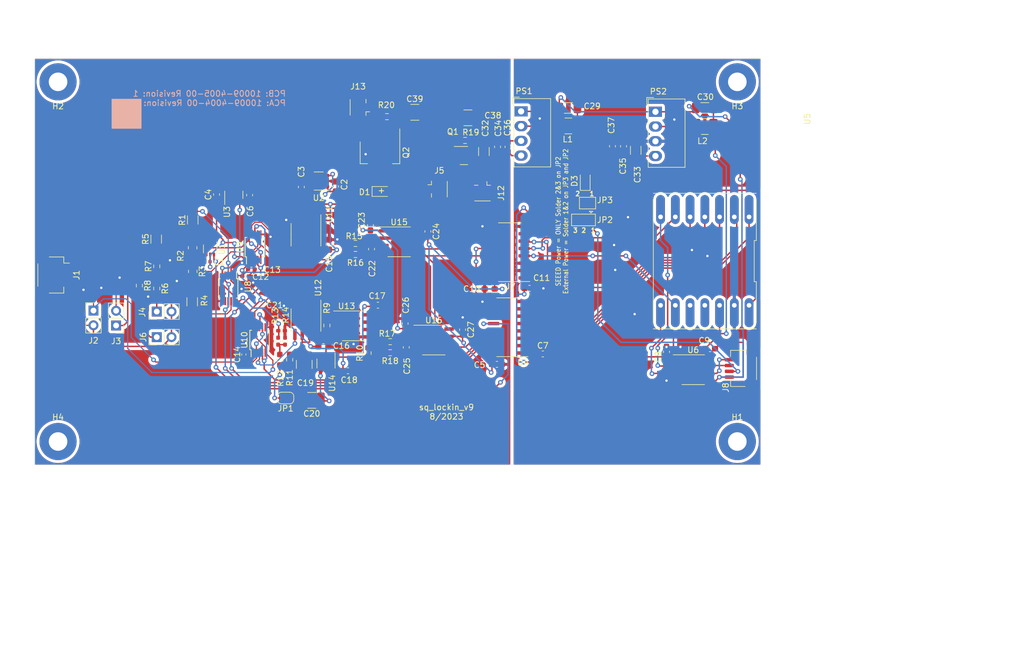
<source format=kicad_pcb>
(kicad_pcb (version 20221018) (generator pcbnew)
  (layers (0 "F.Cu" signal) (31 "B.Cu" signal) (34 "B.Paste" user) (35 "F.Paste" user) (36 "B.SilkS" user "B.Silkscreen") (37 "F.SilkS" user "F.Silkscreen") (38 "B.Mask" user) (39 "F.Mask" user) (44 "Edge.Cuts" user))
  (net 0 "")
  (net 1 "GND")
  (net 2 "Net-(D1-K)")
  (net 3 "/vref")
  (net 4 "/I-")
  (net 5 "/I+")
  (net 6 "+3.3V")
  (net 7 "/Sheet62237673/V-")
  (net 8 "/Sheet62237673/V+")
  (net 9 "VD")
  (net 10 "/Sheet624B5D4E/ctrl+")
  (net 11 "/Sheet624B5D4E/in+")
  (net 12 "/sheet624D2E57/V+")
  (net 13 "/sheet624D2E58/ctrl+")
  (net 14 "/Sheet621A3D16/in+")
  (net 15 "/Sheet621A3D16/in-")
  (net 16 "/sheet6256EE2A/out+")
  (net 17 "/sheet6256EE2A/out-")
  (net 18 "/sheet6256EE2A/ctrl+")
  (net 19 "/V-")
  (net 20 "/V+")
  (net 21 "Net-(U14-+)")
  (net 22 "/Sheet6275CBF8/in+")
  (net 23 "/Sheet6275CBF8/in-")
  (net 24 "Net-(R1-Pad1)")
  (net 25 "Net-(R2-Pad2)")
  (net 26 "Net-(R9-Pad1)")
  (net 27 "Net-(U14--)")
  (net 28 "Net-(JP1-A)")
  (net 29 "/Sheet62237673/Clk_in")
  (net 30 "Net-(U15-INP)")
  (net 31 "Net-(U15-INN)")
  (net 32 "GNDD")
  (net 34 "Net-(U16-INP)")
  (net 35 "Net-(U16-INN)")
  (net 36 "Net-(PS1-+Vout)")
  (net 37 "Net-(Q1-B)")
  (net 38 "Net-(Q2-B)")
  (net 39 "Net-(D3-K)")
  (net 40 "Net-(J4-Pin_1)")
  (net 41 "Net-(J6-Pin_1)")
  (net 42 "Net-(J8-VCC)")
  (net 43 "/MC3.3")
  (net 44 "/power/digital")
  (net 45 "+5VD")
  (net 46 "Net-(J8-SDA)")
  (net 47 "Net-(J8-SCL)")
  (net 48 "GNDPWR")
  (net 49 "Net-(J12-In)")
  (net 50 "Net-(JP1-B)")
  (net 51 "Net-(R9-Pad2)")
  (net 52 "/analog")
  (net 53 "/tx")
  (net 54 "/rx")
  (net 55 "/Dout_V")
  (net 56 "Net-(PS1-+Vin)")
  (net 57 "Net-(PS2-+Vin)")
  (net 58 "/Dout_I")
  (net 59 "/P7")
  (net 60 "/P6")
  (net 61 "Net-(U4-OUTD)")
  (net 63 "Net-(U4-INA)")
  (net 64 "Net-(U4-INB)")
  (net 65 "/sheet624D2E57/V-")
  (net 66 "Net-(U4-INC)")
  (net 67 "Net-(U4-IND)")
  (net 70 "Net-(U5-P2)")
  (net 76 "Net-(U12A--)")
  (net 77 "Net-(U12B--)")
  (net 78 "Net-(R12-Pad2)")
  (footprint "Resistor_SMD:R_1206_3216Metric_Pad1.30x1.75mm_HandSolder" (layer "F.Cu") (at 137.2 77.8125 90)
    (fp_text reference "R1")
    (fp_text value "1M_0.1%")
  )
  (footprint "Resistor_SMD:R_1206_3216Metric_Pad1.30x1.75mm_HandSolder" (layer "F.Cu") (at 130.9 81.1125 90)
    (fp_text reference "R5")
    (fp_text value "1M_0.1%")
  )
  (footprint "Resistor_SMD:R_1206_3216Metric_Pad1.30x1.75mm_HandSolder" (layer "F.Cu") (at 137.1 91.9125 90)
    (fp_text reference "R4")
    (fp_text value "1M_0.1%")
  )
  (footprint "Resistor_SMD:R_0805_2012Metric_Pad1.20x1.40mm_HandSolder" (layer "F.Cu") (at 137.175 82.6 -90)
    (fp_text reference "R2")
    (fp_text value "75K_0.1%")
  )
  (footprint "Resistor_SMD:R_0603_1608Metric_Pad0.98x0.95mm_HandSolder" (layer "F.Cu") (at 131 89.625 -90)
    (fp_text reference "R6")
    (fp_text value "10K 0.1%")
  )
  (footprint "Connector_PinHeader_2.54mm:PinHeader_1x02_P2.54mm_Vertical" (layer "F.Cu") (at 131 93.6 90)
    (fp_text reference "J4")
    (fp_text value "Conn_01x02_Male_2.54mm")
  )
  (footprint "Capacitor_SMD:C_0603_1608Metric_Pad1.08x0.95mm_HandSolder" (layer "F.Cu") (at 161.8 72.0375 90)
    (fp_text reference "C2")
    (fp_text value "1uF")
  )
  (footprint "Capacitor_SMD:C_0603_1608Metric_Pad1.08x0.95mm_HandSolder" (layer "F.Cu") (at 155.9 72.125 90)
    (fp_text reference "C3")
    (fp_text value "1uF")
  )
  (footprint "Package_TO_SOT_SMD:SOT-23-5" (layer "F.Cu") (at 158.9 71.1 180)
    (fp_text reference "U2")
    (fp_text value "LP5907MFX-3.3")
  )
  (footprint "Connector_Coaxial:U.FL_Hirose_U.FL-R-SMT-1_Vertical" (layer "F.Cu") (at 179.2 72.5)
    (fp_text reference "J5")
    (fp_text value "Conn_Coaxial")
  )
  (footprint "Resistor_SMD:R_0603_1608Metric_Pad0.98x0.95mm_HandSolder" (layer "F.Cu") (at 131 85.8 90)
    (fp_text reference "R7")
    (fp_text value "100K_0.1%")
  )
  (footprint "Resistor_SMD:R_0805_2012Metric_Pad1.20x1.40mm_HandSolder" (layer "F.Cu") (at 137.2 86.675 -90)
    (fp_text reference "R3")
    (fp_text value "5K_0.1%")
  )
  (footprint "Connector_PinHeader_2.54mm:PinHeader_1x02_P2.54mm_Vertical" (layer "F.Cu") (at 131 98 90)
    (fp_text reference "J6")
    (fp_text value "Conn_01x02_Male_2.54mm")
  )
  (footprint "Capacitor_SMD:C_0603_1608Metric_Pad1.08x0.95mm_HandSolder" (layer "F.Cu") (at 141.3 73.425 90)
    (fp_text reference "C4")
    (fp_text value "1uF")
  )
  (footprint "Capacitor_SMD:C_0603_1608Metric_Pad1.08x0.95mm_HandSolder" (layer "F.Cu") (at 147 73.525 90)
    (fp_text reference "C6")
    (fp_text value "1uF")
  )
  (footprint "Resistor_SMD:R_0603_1608Metric_Pad0.98x0.95mm_HandSolder" (layer "F.Cu") (at 128 89.125 -90)
    (fp_text reference "R8")
    (fp_text value "1K 0.1%")
  )
  (footprint "Package_TO_SOT_SMD:SOT-23" (layer "F.Cu") (at 144.27 73.475 90)
    (fp_text reference "U3")
    (fp_text value "REF3325")
  )
  (footprint "Resistor_SMD:R_0603_1608Metric_Pad0.98x0.95mm_HandSolder" (layer "F.Cu") (at 165.225 83.76 180)
    (fp_text reference "R16")
    (fp_text value "100")
  )
  (footprint "Capacitor_SMD:C_0603_1608Metric_Pad1.08x0.95mm_HandSolder" (layer "F.Cu") (at 168 82.835 90)
    (fp_text reference "C22")
    (fp_text value "100nF")
  )
  (footprint "Capacitor_SMD:C_0603_1608Metric_Pad1.08x0.95mm_HandSolder" (layer "F.Cu") (at 167.8 78.735 90)
    (fp_text reference "C23")
    (fp_text value "100nF")
  )
  (footprint "Capacitor_SMD:C_0603_1608Metric_Pad1.08x0.95mm_HandSolder" (layer "F.Cu") (at 177.7 79.785 -90)
    (fp_text reference "C24")
    (fp_text value "100nF")
  )
  (footprint "Resistor_SMD:R_0603_1608Metric_Pad0.98x0.95mm_HandSolder" (layer "F.Cu") (at 165.225 81.86 180)
    (fp_text reference "R15")
    (fp_text value "100")
  )
  (footprint "Package_SO:SOP-8_3.9x4.9mm_P1.27mm" (layer "F.Cu") (at 172.75 81.58)
    (fp_text reference "U15")
    (fp_text value "HX710C")
  )
  (footprint "Capacitor_SMD:C_0603_1608Metric_Pad1.08x0.95mm_HandSolder" (layer "F.Cu") (at 173.775 95.665 90)
    (fp_text reference "C26")
    (fp_text value "100nF")
  )
  (footprint "Capacitor_SMD:C_0603_1608Metric_Pad1.08x0.95mm_HandSolder" (layer "F.Cu") (at 173.975 99.765 90)
    (fp_text reference "C25")
    (fp_text value "100nF")
  )
  (footprint "Resistor_SMD:R_0603_1608Metric_Pad0.98x0.95mm_HandSolder" (layer "F.Cu") (at 171.2 100.69 180)
    (fp_text reference "R18")
    (fp_text value "100")
  )
  (footprint "Resistor_SMD:R_0603_1608Metric_Pad0.98x0.95mm_HandSolder" (layer "F.Cu") (at 171.2 98.79 180)
    (fp_text reference "R17")
    (fp_text value "100")
  )
  (footprint "Capacitor_SMD:C_0603_1608Metric_Pad1.08x0.95mm_HandSolder" (layer "F.Cu") (at 183.675 96.715 -90)
    (fp_text reference "C27")
    (fp_text value "100nF")
  )
  (footprint "Package_SO:SOP-8_3.9x4.9mm_P1.27mm" (layer "F.Cu") (at 178.725 98.51)
    (fp_text reference "U16")
    (fp_text value "HX710C")
  )
  (footprint "Connector_PinHeader_2.54mm:PinHeader_1x02_P2.54mm_Vertical" (layer "F.Cu") (at 120.1 93.425)
    (fp_text reference "J2")
    (fp_text value "Conn_01x02_Male_2.54mm")
  )
  (footprint "Connector_PinHeader_2.54mm:PinHeader_1x02_P2.54mm_Vertical" (layer "F.Cu") (at 124 96 180)
    (fp_text reference "J3")
    (fp_text value "Conn_01x02_Male_2.54mm")
  )
  (footprint "Capacitor_SMD:C_0603_1608Metric_Pad1.08x0.95mm_HandSolder" (layer "F.Cu") (at 159.7 99.66)
    (fp_text reference "C16")
    (fp_text value "100nF")
  )
  (footprint "Capacitor_SMD:C_0603_1608Metric_Pad1.08x0.95mm_HandSolder" (layer "F.Cu") (at 169.1 92.5 180)
    (fp_text reference "C17")
    (fp_text value "100nF")
  )
  (footprint "Resistor_SMD:R_0603_1608Metric_Pad0.98x0.95mm_HandSolder" (layer "F.Cu") (at 160.3 96 -90)
    (fp_text reference "R9")
    (fp_text value "5.49K")
  )
  (footprint "Resistor_SMD:R_0603_1608Metric_Pad0.98x0.95mm_HandSolder" (layer "F.Cu") (at 167.4 100.76 90)
    (fp_text reference "R10")
    (fp_text value "10")
  )
  (footprint "Resistor_SMD:R_0402_1005Metric_Pad0.72x0.64mm_HandSolder" (layer "F.Cu") (at 151.9 98.7 -90)
    (fp_text reference "R13")
    (fp_text value "1K")
  )
  (footprint "Resistor_SMD:R_0402_1005Metric_Pad0.72x0.64mm_HandSolder" (layer "F.Cu") (at 153.1 98.7 90)
    (fp_text reference "R14")
    (fp_text value "1K")
  )
  (footprint "Package_SO:SOIC-8_3.9x4.9mm_P1.27mm" (layer "F.Cu") (at 164.9 96.06)
    (fp_text reference "U13")
    (fp_text value "INA826")
  )
  (footprint "Capacitor_SMD:C_0603_1608Metric_Pad1.08x0.95mm_HandSolder" (layer "F.Cu") (at 163.9375 103.8)
    (fp_text reference "C18")
    (fp_text value "100nF")
  )
  (footprint "Diode_SMD:D_SOD-323" (layer "F.Cu") (at 169.7 72.9)
    (fp_text reference "D1")
    (fp_text value "LBAT54HT1G")
  )
  (footprint "Package_SO:SOIC-8_3.9x4.9mm_P1.27mm" (layer "F.Cu") (at 156.7 80.36 -90)
    (fp_text reference "U11")
    (fp_text value "OPA2376")
  )
  (footprint "Capacitor_SMD:C_0603_1608Metric_Pad1.08x0.95mm_HandSolder" (layer "F.Cu") (at 160.7 82.06 90)
    (fp_text reference "C15")
    (fp_text value "100nF")
  )
  (footprint "Package_SO:SOIC-8_3.9x4.9mm_P1.27mm" (layer "F.Cu") (at 156.7 95.06 -90)
    (fp_text reference "U12")
    (fp_text value "OPA2376")
  )
  (footprint "Package_TO_SOT_SMD:SOT-23-5" (layer "F.Cu") (at 160.15 102.55 -90)
    (fp_text reference "U14")
    (fp_text value "OPA388")
  )
  (footprint "Inductor_SMD:L_1210_3225Metric_Pad1.42x2.65mm_HandSolder" (layer "F.Cu") (at 201.9 61.6)
    (fp_text reference "L1")
    (fp_text value "6.8uH")
  )
  (footprint "Capacitor_SMD:C_1206_3216Metric_Pad1.33x1.80mm_HandSolder" (layer "F.Cu") (at 213.5 65.8 90)
    (fp_text reference "C33")
    (fp_text value "10uF_1206_50V")
  )
  (footprint "Resistor_SMD:R_0603_1608Metric_Pad0.98x0.95mm_HandSolder" (layer "F.Cu") (at 170.65 60)
    (fp_text reference "R20")
    (fp_text value "1K")
  )
  (footprint "Converter_DCDC:Converter_DCDC_Murata_MEE1SxxxxSC_THT" (layer "F.Cu") (at 216.9 59.16)
    (fp_text reference "PS2")
    (fp_text value "B0305S")
  )
  (footprint "MountingHole:MountingHole_3.2mm_M3_Pad" (layer "F.Cu") (at 114 54 180)
    (fp_text reference "H2")
    (fp_text value "MountingHole")
  )
  (footprint "Connector_JST:JST_SH_SM04B-SRSS-TB_1x04-1MP_P1.00mm_Horizontal" (layer "F.Cu") (at 231.625 103.4 90)
    (fp_text reference "J8")
    (fp_text value "JST_SH_Conn_01x04_i2c_horizontal")
  )
  (footprint "0project:DIP-XIAO-QTPY" (layer "F.Cu") (at 225.4 84.9 180)
    (fp_text reference "U5")
    (fp_text value "seeed_rp2040")
  )
  (footprint "Capacitor_SMD:C_0402_1005Metric_Pad0.74x0.62mm_HandSolder" (layer "F.Cu") (at 146 101 90)
    (fp_text reference "C14")
    (fp_text value "100nF_0402")
  )
  (footprint "Capacitor_SMD:C_0603_1608Metric_Pad1.08x0.95mm_HandSolder" (layer "F.Cu") (at 188.3375 89.7 180)
    (fp_text reference "C10")
    (fp_text value "100nF")
  )
  (footprint "Capacitor_SMD:C_0402_1005Metric" (layer "F.Cu") (at 139.7 85 180)
    (fp_text reference "C1")
    (fp_text value "100nF_0402")
  )
  (footprint "Connector_JST:JST_SH_SM04B-SRSS-TB_1x04-1MP_P1.00mm_Horizontal" (layer "F.Cu") (at 113.2 87.3 -90)
    (fp_text reference "J1")
    (fp_text value "Conn_01x04")
  )
  (footprint "Capacitor_SMD:C_0603_1608Metric_Pad1.08x0.95mm_HandSolder" (layer "F.Cu") (at 195.2 89.6)
    (fp_text reference "C11")
    (fp_text value "100nF")
  )
  (footprint "Connector_Coaxial:U.FL_Hirose_U.FL-R-SMT-1_Vertical" (layer "F.Cu") (at 187.1 72.7 -90)
    (fp_text reference "J12")
    (fp_text value "Conn_Coaxial")
  )
  (footprint "Package_SO:MSOP-10_3x3mm_P0.5mm" (layer "F.Cu") (at 143.3 89.6 -90)
    (fp_text reference "U8")
    (fp_text value "RS2105XN")
  )
  (footprint "Package_TO_SOT_SMD:SOT-363_SC-70-6" (layer "F.Cu") (at 140.2 82.8 -90)
    (fp_text reference "U1")
    (fp_text value "SGM3157")
  )
  (footprint "Package_SO:SOIC-8_3.9x4.9mm_P1.27mm" (layer "F.Cu") (at 223.4 103.62)
    (fp_text reference "U6")
    (fp_text value "PI121")
  )
  (footprint "Capacitor_SMD:C_1210_3225Metric_Pad1.33x2.70mm_HandSolder" (layer "F.Cu") (at 175.45 59.25)
    (fp_text reference "C39")
    (fp_text value "47uF")
  )
  (footprint "Converter_DCDC:Converter_DCDC_Murata_MEE1SxxxxSC_THT" (layer "F.Cu") (at 193.7575 59.0925)
    (fp_text reference "PS1")
    (fp_text value "B0305S")
  )
  (footprint "Jumper:SolderJumper-2_P1.3mm_Open_Pad1.0x1.5mm" (layer "F.Cu") (at 205.2 74.9 180)
    (fp_text reference "JP3")
    (fp_text value "SolderJumper_2_Open")
  )
  (footprint "Capacitor_SMD:C_0603_1608Metric_Pad1.08x0.95mm_HandSolder" (layer "F.Cu") (at 189.6 102.7)
    (fp_text reference "C5")
    (fp_text value "100nF")
  )
  (footprint "Capacitor_SMD:C_1210_3225Metric_Pad1.33x2.70mm_HandSolder" (layer "F.Cu") (at 156.4 102.7 -90)
    (fp_text reference "C19")
    (fp_text value "10uF")
  )
  (footprint "Package_TO_SOT_SMD:SOT-23" (layer "F.Cu") (at 183.9025 66.7075)
    (fp_text reference "Q1")
    (fp_text value "BC847C")
  )
  (footprint "Resistor_SMD:R_0603_1608Metric_Pad0.98x0.95mm_HandSolder" (layer "F.Cu") (at 153.9 101.9 -90)
    (fp_text reference "R11")
    (fp_text value "100")
  )
  (footprint "Capacitor_SMD:C_0402_1005Metric_Pad0.74x0.62mm_HandSolder" (layer "F.Cu") (at 146.3 87.5)
    (fp_text reference "C12")
    (fp_text value "100nF_0402")
  )
  (footprint "Package_SO:SOIC-16_3.9x9.9mm_P1.27mm" (layer "F.Cu") (at 191.5 96.3 180)
    (fp_text reference "U4")
    (fp_text value "pi162U")
  )
  (footprint "Jumper:SolderJumper-2_P1.3mm_Open_RoundedPad1.0x1.5mm" (layer "F.Cu") (at 153.2 108.5 180)
    (fp_text reference "JP1")
    (fp_text value "Jumper_2_Open")
  )
  (footprint "Resistor_SMD:R_0603_1608Metric_Pad0.98x0.95mm_HandSolder" (layer "F.Cu") (at 152.2 101.9125 90)
    (fp_text reference "R12")
    (fp_text value "2K")
  )
  (footprint "Jumper:SolderJumper-3_P1.3mm_Open_Pad1.0x1.5mm" (layer "F.Cu") (at 204.5 77.8 180)
    (fp_text reference "JP2")
    (fp_text value "SolderJumper_3_Open")
  )
  (footprint "Capacitor_SMD:C_0603_1608Metric_Pad1.08x0.95mm_HandSolder" (layer "F.Cu") (at 197.5 100.9)
    (fp_text reference "C7")
    (fp_text value "100nF")
  )
  (footprint "MountingHole:MountingHole_3.2mm_M3_Pad" (layer "F.Cu") (at 114 116)
    (fp_text reference "H4")
    (fp_text value "MountingHole")
  )
  (footprint "Capacitor_SMD:C_0402_1005Metric_Pad0.74x0.62mm_HandSolder" (layer "F.Cu") (at 147.3 86.3)
    (fp_text reference "C13")
    (fp_text value "100nF_0402")
  )
  (footprint "Capacitor_SMD:C_0603_1608Metric_Pad1.08x0.95mm_HandSolder" (layer "F.Cu") (at 209.5 65.1 -90)
    (fp_text reference "C37")
    (fp_text value "10nF")
  )
  (footprint "Capacitor_SMD:C_1206_3216Metric_Pad1.33x1.80mm_HandSolder" (layer "F.Cu") (at 201.9 58.5 180)
    (fp_text reference "C29")
    (fp_text value "4.7uF_1206_50V")
  )
  (footprint "Resistor_SMD:R_0603_1608Metric_Pad0.98x0.95mm_HandSolder" (layer "F.Cu") (at 184.1025 64.1075 180)
    (fp_text reference "R19")
    (fp_text value "1K")
  )
  (footprint "Capacitor_SMD:C_1210_3225Metric_Pad1.33x2.70mm_HandSolder" (layer "F.Cu") (at 184.6 60.2)
    (fp_text reference "C38")
    (fp_text value "47uF")
  )
  (footprint "Package_TO_SOT_SMD:SOT-223-3_TabPin2" (layer "F.Cu") (at 169.45 66.2 -90)
    (fp_text reference "Q2")
    (fp_text value "FZT851TA")
  )
  (footprint "Capacitor_SMD:C_0603_1608Metric_Pad1.08x0.95mm_HandSolder" (layer "F.Cu") (at 189.7025 65.2075 -90)
    (fp_text reference "C34")
    (fp_text value "100nF")
  )
  (footprint "Package_SO:MSOP-10_3x3mm_P0.5mm" (layer "F.Cu") (at 147.9 82.5 90)
    (fp_text reference "U9")
    (fp_text value "RS2105XN")
  )
  (footprint "Capacitor_SMD:C_0603_1608Metric_Pad1.08x0.95mm_HandSolder" (layer "F.Cu") (at 218.8 100.5375 90)
    (fp_text reference "C8")
    (fp_text value "100nF")
  )
  (footprint "MountingHole:MountingHole_3.2mm_M3_Pad" (layer "F.Cu") (at 231 116)
    (fp_text reference "H1")
    (fp_text value "MountingHole")
  )
  (footprint "Capacitor_SMD:C_1210_3225Metric_Pad1.33x2.70mm_HandSolder" (layer "F.Cu") (at 157.7 108.9 180)
    (fp_text reference "C20")
    (fp_text value "47uF")
  )
  (footprint "Capacitor_SMD:C_0402_1005Metric_Pad0.74x0.62mm_HandSolder" (layer "F.Cu") (at 152.5 96.9 180)
    (fp_text reference "C21")
    (fp_text value "100nF_0402")
  )
  (footprint "Capacitor_SMD:C_0603_1608Metric_Pad1.08x0.95mm_HandSolder" (layer "F.Cu") (at 191.5025 65.2075 -90)
    (fp_text reference "C36")
    (fp_text value "10nF")
  )
  (footprint "Capacitor_SMD:C_1206_3216Metric_Pad1.33x1.80mm_HandSolder" (layer "F.Cu") (at 225.4 58.5 180)
    (fp_text reference "C30")
    (fp_text value "4.7uF_1206_50V")
  )
  (footprint "Diode_SMD:D_SOD-323" (layer "F.Cu") (at 204.8 71.1 90)
    (fp_text reference "D3")
    (fp_text value "LBAT54HT1G")
  )
  (footprint "Connector_Coaxial:U.FL_Hirose_U.FL-R-SMT-1_Vertical" (layer "F.Cu") (at 166.15 58.4 180)
    (fp_text reference "J13")
    (fp_text value "Conn_Coaxial")
  )
  (footprint "Package_SO:MSOP-10_3x3mm_P0.5mm" (layer "F.Cu") (at 148.7 98.5 90)
    (fp_text reference "U10")
    (fp_text value "RS2105XN")
  )
  (footprint "Inductor_SMD:L_1210_3225Metric_Pad1.42x2.65mm_HandSolder" (layer "F.Cu") (at 225.4 61.7)
    (fp_text reference "L2")
    (fp_text value "6.8uH")
  )
  (footprint "Capacitor_SMD:C_1206_3216Metric_Pad1.33x1.80mm_HandSolder" (layer "F.Cu") (at 187.3525 66.0075 90)
    (fp_text reference "C32")
    (fp_text value "10uF_1206_50V")
  )
  (footprint "Package_SO:SOIC-16_3.9x9.9mm_P1.27mm" (layer "F.Cu") (at 191.8 83.36 180)
    (fp_text reference "U7")
    (fp_text value "pi142M31")
  )
  (footprint "Capacitor_SMD:C_0603_1608Metric_Pad1.08x0.95mm_HandSolder" (layer "F.Cu") (at 211.4 65.1 -90)
    (fp_text reference "C35")
    (fp_text value "100nF")
  )
  (footprint "Capacitor_SMD:C_0603_1608Metric_Pad1.08x0.95mm_HandSolder" (layer "F.Cu") (at 226.3 100)
    (fp_text reference "C9")
    (fp_text value "100nF")
  )
  (footprint "MountingHole:MountingHole_3.2mm_M3_Pad" (layer "F.Cu") (at 231 54 180)
    (fp_text reference "H3")
    (fp_text value "MountingHole")
  )
  (gr_rect (start 123.3 57) (end 128.3 62) (stroke (width 0.15)) (fill solid) (layer "B.SilkS"))
  (gr_line (start 110 120) (end 110 50) (stroke (width 0.05)) (layer "Edge.Cuts"))
  (gr_line (start 235 50) (end 235 120) (stroke (width 0.05)) (layer "Edge.Cuts"))
  (gr_line (start 235 120) (end 110 120) (stroke (width 0.05)) (layer "Edge.Cuts"))
  (gr_line (start 110 50) (end 235 50) (stroke (width 0.05)) (layer "Edge.Cuts"))
  (gr_text "PCB: 10009-4005-00 Revision: 1\nPCA: 10009-4004-00 Revision: " (at 153.31 58.23) (layer "B.SilkS") (effects (font (size 1 1)) (justify left bottom mirror)))
  (gr_text "sq_lockin_v9\n8/2023" (at 180.9 110.9) (layer "F.SilkS") (effects (font (size 1 1))))
  (gr_text "1" (at 205.95 73.3) (layer "F.SilkS") (effects (font (size 0.8 0.75) (thickness 0.1875))))
  (gr_text "+" (at 169.7 72.7) (layer "F.SilkS") (effects (font (size 1 1))))
  (gr_text "1" (at 206.15 79.6) (layer "F.SilkS") (effects (font (size 0.8 0.75) (thickness 0.1875))))
  (gr_text "SEEED Power = ONLY Solder 2&3 on JP2\nExternal Power = Solder 1&2 on JP3 and JP2" (at 200.8 78.05 90) (layer "F.SilkS") (effects (font (size 0.8 0.7) (thickness 0.125))))
  (gr_text "2\n" (at 204.55 79.6) (layer "F.SilkS") (effects (font (size 0.8 0.75) (thickness 0.1875))))
  (gr_text "3\n" (at 203.1 79.6) (layer "F.SilkS") (effects (font (size 0.8 0.75) (thickness 0.1875))))
  (gr_text "2\n" (at 203.5 73.3) (layer "F.SilkS") (effects (font (size 0.8 0.75) (thickness 0.1875))))
  (segment (start 146 100.52) (end 146 99.4) (width 0.25) (layer "F.Cu") (net 1))
  (segment (start 154.795 92.585) (end 152.915 92.585) (width 0.25) (layer "F.Cu") (net 1))
  (segment (start 160.0375 71.1) (end 161.725 71.1) (width 0.25) (layer "F.Cu") (net 1))
  (segment (start 140.2 81.85) (end 140.2 80.9) (width 0.25) (layer "F.Cu") (net 1))
  (segment (start 190.8 101.6) (end 190.8 92.8) (width 0.25) (layer "F.Cu") (net 1))
  (segment (start 166.135 97.965) (end 164.9 99.2) (width 0.25) (layer "F.Cu") (net 1))
  (segment (start 159.4 102.6) (end 158.0625 102.6) (width 0.25) (layer "F.Cu") (net 1))
  (segment (start 189.325 78.915) (end 187.115 78.915) (width 0.25) (layer "F.Cu") (net 1))
  (segment (start 150.2 80.3) (end 150.6 80.7) (width 0.25) (layer "F.Cu") (net 1))
  (segment (start 152.915 92.585) (end 152.9 92.6) (width 0.25) (layer "F.Cu") (net 1))
  (segment (start 149.7 96.3) (end 150.1 95.9) (width 0.25) (layer "F.Cu") (net 1))
  (segment (start 146 99.58998) (end 146.08998 99.5) (width 0.25) (layer "F.Cu") (net 1))
  (segment (start 147.78 86.5) (end 147.78 86.3) (width 0.25) (layer "F.Cu") (net 1))
  (segment (start 193.7575 64.1725) (end 191.675 64.1725) (width 0.25) (layer "F.Cu") (net 1))
  (segment (start 139.2 85) (end 138.8 85.4) (width 0.25) (layer "F.Cu") (net 1))
  (segment (start 145.6 89.7) (end 146.5 89.7) (width 0.25) (layer "F.Cu") (net 1))
  (segment (start 152.98 96.8) (end 152.98 97.9825) (width 0.25) (layer "F.Cu") (net 1))
  (segment (start 145.224614 89.7) (end 145.6 89.7) (width 0.25) (layer "F.Cu") (net 1))
  (segment (start 143.8 87.4) (end 143.8 86) (width 0.25) (layer "F.Cu") (net 1))
  (segment (start 160.15 101.45) (end 160.15 100.0725) (width 0.25) (layer "F.Cu") (net 1))
  (segment (start 141.3 72.55) (end 144.195 72.55) (width 0.25) (layer "F.Cu") (net 1))
  (segment (start 164.44 99.66) (end 164.9 99.2) (width 0.25) (layer "F.Cu") (net 1))
  (segment (start 190.8 92.8) (end 189.855 91.855) (width 0.25) (layer "F.Cu") (net 1))
  (segment (start 154.795 93.56) (end 154.795 92.585) (width 0.25) (layer "F.Cu") (net 1))
  (segment (start 160.575 99.66) (end 164.44 99.66) (width 0.25) (layer "F.Cu") (net 1))
  (segment (start 167.375 97.965) (end 166.135 97.965) (width 0.25) (layer "F.Cu") (net 1))
  (segment (start 153.3 77.8) (end 154.71 77.8) (width 0.25) (layer "F.Cu") (net 1))
  (segment (start 146 99.4) (end 146.4 99) (width 0.25) (layer "F.Cu") (net 1))
  (segment (start 146 100.52) (end 146 99.58998) (width 0.25) (layer "F.Cu") (net 1))
  (segment (start 160.15 100.0725) (end 160.5625 99.66) (width 0.25) (layer "F.Cu") (net 1))
  (segment (start 161.725 71.1) (end 161.8 71.175) (width 0.25) (layer "F.Cu") (net 1))
  (segment (start 183.675 94.625) (end 183.7 94.6) (width 0.25) (layer "F.Cu") (net 1))
  (segment (start 146.78 87.5) (end 147.78 86.5) (width 0.25) (layer "F.Cu") (net 1))
  (segment (start 190.4625 101.9375) (end 190.8 101.6) (width 0.25) (layer "F.Cu") (net 1))
  (segment (start 160.15 101.85) (end 159.4 102.6) (width 0.25) (layer "F.Cu") (net 1))
  (segment (start 142.8 91.8) (end 142.3 91.8) (width 0.25) (layer "F.Cu") (net 1))
  (segment (start 187.115 78.915) (end 187.1 78.9) (width 0.25) (layer "F.Cu") (net 1))
  (segment (start 190.4625 102.7) (end 190.4625 101.9375) (width 0.25) (layer "F.Cu") (net 1))
  (segment (start 158.0625 102.6) (end 156.4 104.2625) (width 0.25) (layer "F.Cu") (net 1))
  (segment (start 160.7 81.185) (end 162.075 81.185) (width 0.25) (layer "F.Cu") (net 1))
  (segment (start 144.6 85.2) (end 143.8 86) (width 0.25) (layer "F.Cu") (net 1))
  (segment (start 183.675 95.84) (end 183.675 94.625) (width 0.25) (layer "F.Cu") (net 1))
  (segment (start 143.8 87.4) (end 143.8 88.275386) (width 0.25) (layer "F.Cu") (net 1))
  (segment (start 150.1 95.9) (end 150.1 94.7) (width 0.25) (layer "F.Cu") (net 1))
  (segment (start 148.9 80.3) (end 150.2 80.3) (width 0.25) (layer "F.Cu") (net 1))
  (segment (start 146.5 89.7) (end 147.6 88.6) (width 0.25) (layer "F.Cu") (net 1))
  (segment (start 189.025 91.855) (end 187.145 91.855) (width 0.25) (layer "F.Cu") (net 1))
  (segment (start 143.8 88.275386) (end 145.224614 89.7) (width 0.25) (layer "F.Cu") (net 1))
  (segment (start 145.7 85.2) (end 144.6 85.2) (width 0.25) (layer "F.Cu") (net 1))
  (segment (start 187.145 91.855) (end 187.1 91.9) (width 0.25) (layer "F.Cu") (net 1))
  (segment (start 138.8 85.4) (end 138.8 85.9755) (width 0.25) (layer "F.Cu") (net 1))
  (segment (start 144.27 72.475) (end 146.825 72.475) (width 0.25) (layer "F.Cu") (net 1))
  (segment (start 162.075 81.185) (end 162.1 81.16) (width 0.25) (layer "F.Cu") (net 1))
  (via (at 187.1 78.9) (size 0.8) (drill 0.4) (layers "F.Cu" "B.Cu") (net 1))
  (via (at 152.9 92.6) (size 0.8) (drill 0.4) (layers "F.Cu" "B.Cu") (net 1))
  (via (at 164.9 99.2) (size 0.8) (drill 0.4) (layers "F.Cu" "B.Cu") (net 1))
  (via (at 121.45 89.51) (size 0.8) (drill 0.4) (layers "F.Cu" "B.Cu") (net 1))
  (via (at 150.6 80.7) (size 0.8) (drill 0.4) (layers "F.Cu" "B.Cu") (net 1))
  (via (at 146.4 99) (size 0.8) (drill 0.4) (layers "F.Cu" "B.Cu") (net 1))
  (via (at 129.52 91.02) (size 0.8) (drill 0.4) (layers "F.Cu" "B.Cu") (net 1))
  (via (at 153.3 77.8) (size 0.8) (drill 0.4) (layers "F.Cu" "B.Cu") (net 1))
  (via (at 138.8 85.9755) (size 0.8) (drill 0.4) (layers "F.Cu" "B.Cu") (net 1))
  (via (at 166.98 66.47) (size 0.8) (drill 0.4) (layers "F.Cu" "B.Cu") (net 1))
  (via (at 133.27 84.76) (size 0.8) (drill 0.4) (layers "F.Cu" "B.Cu") (net 1))
  (via (at 118.38 89.85) (size 0.8) (drill 0.4) (layers "F.Cu" "B.Cu") (net 1))
  (via (at 187.1 91.9) (size 0.8) (drill 0.4) (layers "F.Cu" "B.Cu") (net 1))
  (via (at 145.6 89.7) (size 0.8) (drill 0.4) (layers "F.Cu" "B.Cu") (net 1))
  (via (at 147.6 88.6) (size 0.8) (drill 0.4) (layers "F.Cu" "B.Cu") (net 1))
  (via (at 124.6 87.75) (size 0.8) (drill 0.4) (layers "F.Cu" "B.Cu") (net 1))
  (via (at 162.1 81.16) (size 0.8) (drill 0.4) (layers "F.Cu" "B.Cu") (net 1))
  (via (at 134.45 88.33) (size 0.8) (drill 0.4) (layers "F.Cu" "B.Cu") (net 1))
  (via (at 145.7 85.2) (size 0.8) (drill 0.4) (layers "F.Cu" "B.Cu") (net 1))
  (via (at 183.7 94.6) (size 0.8) (drill 0.4) (layers "F.Cu" "B.Cu") (net 1))
  (segment (start 150.6 80.5) (end 153.3 77.8) (width 0.25) (layer "B.Cu") (net 1))
  (segment (start 150.6 80.7) (end 150.6 80.5) (width 0.25) (layer "B.Cu") (net 1))
  (segment (start 160 70.15) (end 161.05 70.15) (width 0.25) (layer "F.Cu") (net 2))
  (segment (start 161.05 70.15) (end 161.3 69.9) (width 0.25) (layer "F.Cu") (net 2))
  (segment (start 161.7 72.9) (end 168.65 72.9) (width 0.25) (layer "F.Cu") (net 2))
  (segment (start 160.8875 72.9) (end 160.0375 72.05) (width 0.25) (layer "F.Cu") (net 2))
  (segment (start 161.8 72.9) (end 160.5 72.9) (width 0.25) (layer "F.Cu") (net 2))
  (segment (start 160.5 72.9) (end 160 73.4) (width 0.25) (layer "F.Cu") (net 2))
  (segment (start 161.8 72.9) (end 160.8875 72.9) (width 0.25) (layer "F.Cu") (net 2))
  (via (at 160 73.4) (size 0.8) (drill 0.4) (layers "F.Cu" "B.Cu") (net 2))
  (via (at 161.3 69.9) (size 0.8) (drill 0.4) (layers "F.Cu" "B.Cu") (net 2))
  (segment (start 161.3 72.1) (end 160 73.4) (width 0.25) (layer "B.Cu") (net 2))
  (segment (start 161.3 69.9) (end 161.3 72.1) (width 0.25) (layer "B.Cu") (net 2))
  (segment (start 167.8 79.61) (end 166.55 79.61) (width 0.25) (layer "F.Cu") (net 3))
  (segment (start 166.55 79.61) (end 166.5 79.56) (width 0.25) (layer "F.Cu") (net 3))
  (segment (start 167.8 79.61) (end 170.06 79.61) (width 0.25) (layer "F.Cu") (net 3))
  (segment (start 173.775 96.54) (end 172.525 96.54) (width 0.25) (layer "F.Cu") (net 3))
  (segment (start 173.775 96.54) (end 176.035 96.54) (width 0.25) (layer "F.Cu") (net 3))
  (segment (start 172.525 96.54) (end 172.475 96.49) (width 0.25) (layer "F.Cu") (net 3))
  (segment (start 145.275402 91.8) (end 145.837701 91.237701) (width 0.25) (layer "F.Cu") (net 3))
  (segment (start 152.02 96.8) (end 152.02 97.9825) (width 0.25) (layer "F.Cu") (net 3))
  (segment (start 147 74.4) (end 145.295 74.4) (width 0.25) (layer "F.Cu") (net 3))
  (segment (start 148.4 75.8) (end 162.74 75.8) (width 0.25) (layer "F.Cu") (net 3))
  (segment (start 144.3 90.9) (end 142.3 88.9) (width 0.25) (layer "F.Cu") (net 3))
  (segment (start 144.3 91.8) (end 145.275402 91.8) (width 0.25) (layer "F.Cu") (net 3))
  (segment (start 152 95.7) (end 152 96.78) (width 0.25) (layer "F.Cu") (net 3))
  (segment (start 145.3 76.1) (end 145.3 74.555) (width 0.25) (layer "F.Cu") (net 3))
  (segment (start 142.3 87.4) (end 142.3 86.1) (width 0.25) (layer "F.Cu") (net 3))
  (segment (start 142.3 88.9) (end 142.3 87.4) (width 0.25) (layer "F.Cu") (net 3))
  (segment (start 162.74 75.8) (end 166.5 79.56) (width 0.25) (layer "F.Cu") (net 3))
  (segment (start 147 74.4) (end 148.4 75.8) (width 0.25) (layer "F.Cu") (net 3))
  (segment (start 144.3 91.8) (end 144.3 90.9) (width 0.25) (layer "F.Cu") (net 3))
  (via (at 166.5 79.56) (size 0.8) (drill 0.4) (layers "F.Cu" "B.Cu") (net 3))
  (via (at 172.475 96.49) (size 0.8) (drill 0.4) (layers "F.Cu" "B.Cu") (net 3))
  (via (at 152 95.7) (size 0.8) (drill 0.4) (layers "F.Cu" "B.Cu") (net 3))
  (via (at 145.3 76.1) (size 0.8) (drill 0.4) (layers "F.Cu" "B.Cu") (net 3))
  (via (at 142.3 86.1) (size 0.8) (drill 0.4) (layers "F.Cu" "B.Cu") (net 3))
  (via (at 145.837701 91.237701) (size 0.8) (drill 0.4) (layers "F.Cu" "B.Cu") (net 3))
  (segment (start 166.5 79.56) (end 169 79.56) (width 0.25) (layer "B.Cu") (net 3))
  (segment (start 147.6 93) (end 149.5 93) (width 0.25) (layer "B.Cu") (net 3))
  (segment (start 152 95.5) (end 152 95.7) (width 0.25) (layer "B.Cu") (net 3))
  (segment (start 145.3 84.249502) (end 145.3 76.1) (width 0.25) (layer "B.Cu") (net 3))
  (segment (start 169 79.56) (end 172.475 83.035) (width 0.25) (layer "B.Cu") (net 3))
  (segment (start 142.3 86.1) (end 143.449502 86.1) (width 0.25) (layer "B.Cu") (net 3))
  (segment (start 143.449502 86.1) (end 145.3 84.249502) (width 0.25) (layer "B.Cu") (net 3))
  (segment (start 172.475 83.035) (end 172.475 96.49) (width 0.25) (layer "B.Cu") (net 3))
  (segment (start 145.837701 91.237701) (end 147.6 93) (width 0.25) (layer "B.Cu") (net 3))
  (segment (start 149.5 93) (end 152 95.5) (width 0.25) (layer "B.Cu") (net 3))
  (segment (start 120.6 99.6) (end 120.1 99.1) (width 0.25) (layer "F.Cu") (net 4))
  (segment (start 120.1 99.1) (end 120.1 95.965) (width 0.25) (layer "F.Cu") (net 4))
  (segment (start 133.54 98) (end 131.94 99.6) (width 0.25) (layer "F.Cu") (net 4))
  (segment (start 115.2 88.8) (end 116.5 88.8) (width 0.2) (layer "F.Cu") (net 4))
  (segment (start 134.575 90.425) (end 137.1 90.425) (width 0.25) (layer "F.Cu") (net 4))
  (segment (start 133.54 93.6) (end 133.54 91.46) (width 0.25) (layer "F.Cu") (net 4))
  (segment (start 117.365 95.965) (end 120.1 95.965) (width 0.2) (layer "F.Cu") (net 4))
  (segment (start 116.5 88.8) (end 117 89.3) (width 0.2) (layer "F.Cu") (net 4))
  (segment (start 137.2 87.8) (end 137.2 90.325) (width 0.25) (layer "F.Cu") (net 4))
  (segment (start 133.54 98) (end 133.54 93.6) (width 0.25) (layer "F.Cu") (net 4))
  (segment (start 117 89.3) (end 117 95.6) (width 0.2) (layer "F.Cu") (net 4))
  (segment (start 131.94 99.6) (end 120.6 99.6) (width 0.25) (layer "F.Cu") (net 4))
  (segment (start 133.54 91.46) (end 134.575 90.425) (width 0.25) (layer "F.Cu") (net 4))
  (segment (start 117.365 95.965) (end 117 95.6) (width 0.2) (layer "F.Cu") (net 4))
  (segment (start 126 95.3) (end 125.3 96) (width 0.25) (layer "F.Cu") (net 5))
  (segment (start 117.5 85.8) (end 125.55 85.8) (width 0.25) (layer "F.Cu") (net 5))
  (segment (start 115.2 85.8) (end 117.5 85.8) (width 0.2) (layer "F.Cu") (net 5))
  (segment (start 140.414259 86.675) (end 143.789259 83.3) (width 0.2) (layer "F.Cu") (net 5))
  (segment (start 147.3 83.3) (end 147.4 83.4) (width 0.2) (layer "F.Cu") (net 5))
  (segment (start 125.3 96) (end 124 96) (width 0.25) (layer "F.Cu") (net 5))
  (segment (start 128 88.25) (end 126 90.25) (width 0.25) (layer "F.Cu") (net 5))
  (segment (start 147.4 83.3) (end 147.4 84.7) (width 0.2) (layer "F.Cu") (net 5))
  (segment (start 148.4 82.3) (end 147.4 83.3) (width 0.2) (layer "F.Cu") (net 5))
  (segment (start 128.5 88.75) (end 128 88.25) (width 0.25) (layer "F.Cu") (net 5))
  (segment (start 126 90.25) (end 126 95.3) (width 0.25) (layer "F.Cu") (net 5))
  (segment (start 131 88.75) (end 128.5 88.75) (width 0.25) (layer "F.Cu") (net 5))
  (segment (start 125.55 85.8) (end 128 88.25) (width 0.25) (layer "F.Cu") (net 5))
  (segment (start 143.789259 83.3) (end 147.3 83.3) (width 0.2) (layer "F.Cu") (net 5))
  (segment (start 147.4 83.4) (end 147.4 84.7) (width 0.2) (layer "F.Cu") (net 5))
  (segment (start 131 88.75) (end 131 86.7) (width 0.25) (layer "F.Cu") (net 5))
  (segment (start 148.4 80.3) (end 148.4 82.3) (width 0.2) (layer "F.Cu") (net 5))
  (segment (start 131 86.675) (end 140.414259 86.675) (width 0.2) (layer "F.Cu") (net 5))
  (segment (start 157.8 72.05) (end 156.85 72.05) (width 0.25) (layer "F.Cu") (net 6))
  (segment (start 156.85 72.05) (end 155.9 73) (width 0.25) (layer "F.Cu") (net 6))
  (segment (start 177.7 80.66) (end 177.7 81.86) (width 0.25) (layer "F.Cu") (net 6))
  (segment (start 177.7 81.86) (end 177.9 82.06) (width 0.25) (layer "F.Cu") (net 6))
  (segment (start 175.375 80.945) (end 177.415 80.945) (width 0.25) (layer "F.Cu") (net 6))
  (segment (start 181.35 97.875) (end 183.39 97.875) (width 0.25) (layer "F.Cu") (net 6))
  (segment (start 183.675 98.79) (end 183.875 98.99) (width 0.25) (layer "F.Cu") (net 6))
  (segment (start 183.675 97.59) (end 183.675 98.79) (width 0.25) (layer "F.Cu") (net 6))
  (segment (start 163.075 102.525) (end 163.1 102.5) (width 0.25) (layer "F.Cu") (net 6))
  (segment (start 179.20048 76.40048) (end 179.2 76.4) (width 0.25) (layer "F.Cu") (net 6))
  (segment (start 168.8 94.2) (end 167.42 94.2) (width 0.25) (layer "F.Cu") (net 6))
  (segment (start 187.5 101.4625) (end 188.7375 102.7) (width 0.25) (layer "F.Cu") (net 6))
  (segment (start 161.975 82.935) (end 162 82.96) (width 0.25) (layer "F.Cu") (net 6))
  (segment (start 144.382604 84.1423) (end 145.666914 84.1423) (width 0.25) (layer "F.Cu") (net 6))
  (segment (start 178.94 80.66) (end 177.7 80.66) (width 0.25) (layer "F.Cu") (net 6))
  (segment (start 189.2 89.7) (end 189.2 87.93) (width 0.25) (layer "F.Cu") (net 6))
  (segment (start 188.7375 102.7) (end 188.7375 103.9625) (width 0.25) (layer "F.Cu") (net 6))
  (segment (start 157.465 99.66) (end 158.8375 99.66) (width 0.25) (layer "F.Cu") (net 6))
  (segment (start 147.7 100.7) (end 147.7 101.5) (width 0.25) (layer "F.Cu") (net 6))
  (segment (start 141.3 80.1) (end 142.4 81.2) (width 0.25) (layer "F.Cu") (net 6))
  (segment (start 142.4 81.2) (end 142.4 81.7) (width 0.25) (layer "F.Cu") (net 6))
  (segment (start 146.424511 85.775489) (end 145.7 86.5) (width 0.25) (layer "F.Cu") (net 6))
  (segment (start 163.075 103.8) (end 163.075 102.525) (width 0.25) (layer "F.Cu") (net 6))
  (segment (start 158.605 97.535) (end 158.605 99.44) (width 0.25) (layer "F.Cu") (net 6))
  (segment (start 145.82 87.5) (end 145.82 86.62) (width 0.25) (layer "F.Cu") (net 6))
  (segment (start 167.251478 75.0755) (end 168.575978 76.4) (width 0.25) (layer "F.Cu") (net 6))
  (segment (start 157.9755 75.0755) (end 160.9 75.0755) (width 0.25) (layer "F.Cu") (net 6))
  (segment (start 158.605 82.835) (end 160.6 82.835) (width 0.25) (layer "F.Cu") (net 6))
  (segment (start 145.666914 84.1423) (end 146.424511 84.899897) (width 0.25) (layer "F.Cu") (net 6))
  (segment (start 145.36548 100.85241) (end 145.36548 95.145276) (width 0.25) (layer "F.Cu") (net 6))
  (segment (start 146.39548 101.77548) (end 146.1 101.48) (width 0.25) (layer "F.Cu") (net 6))
  (segment (start 146.82 86.3) (end 145.82 87.3) (width 0.25) (layer "F.Cu") (net 6))
  (segment (start 176.8 72.5) (end 176.8 76.4) (width 0.25) (layer "F.Cu") (net 6))
  (segment (start 145.82 87.3) (end 145.82 87.5) (width 0.25) (layer "F.Cu") (net 6))
  (segment (start 155.9 73) (end 157.9755 75.0755) (width 0.25) (layer "F.Cu") (net 6))
  (segment (start 189.025 100.745) (end 187.555 100.745) (width 0.25) (layer "F.Cu") (net 6))
  (segment (start 140.18 85) (end 140.18 85.88) (width 0.25) (layer "F.Cu") (net 6))
  (segment (start 146.424511 84.899897) (end 146.424511 85.775489) (width 0.25) (layer "F.Cu") (net 6))
  (segment (start 144.3 87.4) (end 145.72 87.4) (width 0.25) (layer "F.Cu") (net 6))
  (segment (start 146.9 84.7) (end 146.9 86.22) (width 0.25) (layer "F.Cu") (net 6))
  (segment (start 179.4 80.2) (end 178.94 80.66) (width 0.25) (layer "F.Cu") (net 6))
  (segment (start 147.7 101.5) (end 147.42452 101.77548) (width 0.25) (layer "F.Cu") (net 6))
  (segment (start 168.2375 92.5) (end 168.2375 93.6375) (width 0.25) (layer "F.Cu") (net 6))
  (segment (start 145.36548 95.145276) (end 148.905378 91.605378) (width 0.25) (layer "F.Cu") (net 6))
  (segment (start 178.15 72.5) (end 176.8 72.5) (width 0.25) (layer "F.Cu") (net 6))
  (segment (start 179.2 76.4) (end 179.4 76.4) (width 0.25) (layer "F.Cu") (net 6))
  (segment (start 145.82 86.62) (end 145.7 86.5) (width 0.25) (layer "F.Cu") (net 6))
  (segment (start 176.8 76.4) (end 179.2 76.4) (width 0.25) (layer "F.Cu") (net 6))
  (segment (start 187.555 100.745) (end 187.5 100.8) (width 0.25) (layer "F.Cu") (net 6))
  (segment (start 168.2375 93.6375) (end 168.8 94.2) (width 0.25) (layer "F.Cu") (net 6))
  (segment (start 188.7375 103.9625) (end 188.6 104.1) (width 0.25) (layer "F.Cu") (net 6))
  (segment (start 140.18 85) (end 140.18 83.77) (width 0.25) (layer "F.Cu") (net 6))
  (segment (start 145.99307 101.48) (end 145.36548 100.85241) (width 0.25) (layer "F.Cu") (net 6))
  (segment (start 140.18 85.88) (end 140.2 85.9) (width 0.25) (layer "F.Cu") (net 6))
  (segment (start 147.42452 101.77548) (end 146.39548 101.77548) (width 0.25) (layer "F.Cu") (net 6))
  (segment (start 187.5 100.8) (end 187.5 101.4625) (width 0.25) (layer "F.Cu") (net 6))
  (segment (start 179.4 76.4) (end 179.4 80.2) (width 0.25) (layer "F.Cu") (net 6))
  (segment (start 141.3 74.3) (end 141.3 80.1) (width 0.25) (layer "F.Cu") (net 6))
  (segment (start 160.9 75.0755) (end 167.251478 75.0755) (width 0.25) (layer "F.Cu") (net 6))
  (segment (start 142.4 81.7) (end 144.2245 81.7) (width 0.25) (layer "F.Cu") (net 6))
  (segment (start 141.3 74.3) (end 143.145 74.3) (width 0.25) (layer "F.Cu") (net 6))
  (segment (start 160.7 82.935) (end 161.975 82.935) (width 0.25) (layer "F.Cu") (net 6))
  (segment (start 144.2245 81.7) (end 144.4 81.8755) (width 0.25) (layer "F.Cu") (net 6))
  (segment (start 161.1 103.65) (end 163.1125 103.65) (width 0.25) (layer "F.Cu") (net 6))
  (segment (start 166.8 92.7) (end 168.0375 92.7) (width 0.25) (layer "F.Cu") (net 6))
  (segment (start 189.2 89.7) (end 190.5 89.7) (width 0.25) (layer "F.Cu") (net 6))
  (segment (start 168.575978 76.4) (end 176.8 76.4) (width 0.25) (layer "F.Cu") (net 6))
  (segment (start 157.5 99.6) (end 158.7775 99.6) (width 0.25) (layer "F.Cu") (net 6))
  (via (at 177.9 82.06) (size 0.8) (drill 0.4) (layers "F.Cu" "B.Cu") (net 6))
  (via (at 183.875 98.99) (size 0.8) (drill 0.4) (layers "F.Cu" "B.Cu") (net 6))
  (via (at 140.2 85.9) (size 0.8) (drill 0.4) (layers "F.Cu" "B.Cu") (net 6))
  (via (at 157.5 99.6) (size 0.8) (drill 0.4) (layers "F.Cu" "B.Cu") (net 6))
  (via (at 188.6 104.1) (size 0.8) (drill 0.4) (layers "F.Cu" "B.Cu") (net 6))
  (via (at 162 82.96) (size 0.8) (drill 0.4) (layers "F.Cu" "B.Cu") (net 6))
  (via (at 145.7 86.5) (size 0.8) (drill 0.4) (layers "F.Cu" "B.Cu") (net 6))
  (via (at 163.1 102.5) (size 0.8) (drill 0.4) (layers "F.Cu" "B.Cu") (net 6))
  (via (at 190.5 89.7) (size 0.8) (drill 0.4) (layers "F.Cu" "B.Cu") (net 6))
  (via (at 148.905378 91.605378) (size 0.8) (drill 0.4) (layers "F.Cu" "B.Cu") (net 6))
  (via (at 144.4 81.8755) (size 0.8) (drill 0.4) (layers "F.Cu" "B.Cu") (net 6))
  (via (at 144.382604 84.1423) (size 0.8) (drill 0.4) (layers "F.Cu" "B.Cu") (net 6))
  (via (at 166.8 92.7) (size 0.8) (drill 0.4) (layers "F.Cu" "B.Cu") (net 6))
  (via (at 160.9 75.0755) (size 0.8) (drill 0.4) (layers "F.Cu" "B.Cu") (net 6))
  (via (at 142.4 81.7) (size 0.8) (drill 0.4) (layers "F.Cu" "B.Cu") (net 6))
  (segment (start 144.4 84.124904) (end 144.382604 84.1423) (width 0.25) (layer "B.Cu") (net 6))
  (segment (start 162.5 99.96) (end 163.1 100.56) (width 0.25) (layer "B.Cu") (net 6))
  (segment (start 144.4 81.8755) (end 144.4 84.124904) (width 0.25) (layer "B.Cu") (net 6))
  (segment (start 158.175489 86.824511) (end 146.024511 86.824511) (width 0.25) (layer "B.Cu") (net 6))
  (segment (start 146.024511 86.824511) (end 145.7 86.5) (width 0.25) (layer "B.Cu") (net 6))
  (segment (start 177.9 93.2) (end 183.69 98.99) (width 0.25) (layer "B.Cu") (net 6))
  (segment (start 145.7 87.8) (end 148.905378 91.005378) (width 0.25) (layer "B.Cu") (net 6))
  (segment (start 160.9 81.86) (end 162 82.96) (width 0.25) (layer "B.Cu") (net 6))
  (segment (start 149.580764 91.605378) (end 148.905378 91.605378) (width 0.25) (layer "B.Cu") (net 6))
  (segment (start 163.1 100.56) (end 163.1 102.5) (width 0.25) (layer "B.Cu") (net 6))
  (segment (start 157.6 99.96) (end 157.6 99.624614) (width 0.25) (layer "B.Cu") (net 6))
  (segment (start 157.6 99.624614) (end 149.580764 91.605378) (width 0.25) (layer "B.Cu") (net 6))
  (segment (start 185.54 89.7) (end 177.9 82.06) (width 0.25) (layer "B.Cu") (net 6))
  (segment (start 188.6 104.1) (end 183.875 99.375) (width 0.25) (layer "B.Cu") (net 6))
  (segment (start 162 83) (end 158.175489 86.824511) (width 0.25) (layer "B.Cu") (net 6))
  (segment (start 166.5 100.56) (end 166.5 93) (width 0.25) (layer "B.Cu") (net 6))
  (segment (start 162 82.96) (end 162 83) (width 0.25) (layer "B.Cu") (net 6))
  (segment (start 190.5 89.7) (end 185.54 89.7) (width 0.25) (layer "B.Cu") (net 6))
  (segment (start 166.5 100.56) (end 163.1 100.56) (width 0.25) (layer "B.Cu") (net 6))
  (segment (start 142.4 81.7) (end 140.2 83.9) (width 0.25) (layer "B.Cu") (net 6))
  (segment (start 140.2 83.9) (end 140.2 85.9) (width 0.25) (layer "B.Cu") (net 6))
  (segment (start 145.7 86.5) (end 145.7 87.8) (width 0.25) (layer "B.Cu") (net 6))
  (segment (start 177.9 82.06) (end 177.9 93.2) (width 0.25) (layer "B.Cu") (net 6))
  (segment (start 157.6 99.96) (end 162.5 99.96) (width 0.25) (layer "B.Cu") (net 6))
  (segment (start 148.905378 91.005378) (end 148.905378 91.605378) (width 0.25) (layer "B.Cu") (net 6))
  (segment (start 183.69 98.99) (end 183.875 98.99) (width 0.25) (layer "B.Cu") (net 6))
  (segment (start 160.9 75.0755) (end 160.9 81.86) (width 0.25) (layer "B.Cu") (net 6))
  (segment (start 166.5 93) (end 166.8 92.7) (width 0.25) (layer "B.Cu") (net 6))
  (segment (start 183.875 99.375) (end 183.875 98.99) (width 0.25) (layer "B.Cu") (net 6))
  (segment (start 158.605 77.885) (end 160.85 77.885) (width 0.25) (layer "F.Cu") (net 7))
  (segment (start 158.5 76.56) (end 158.605 76.665) (width 0.25) (layer "F.Cu") (net 7))
  (segment (start 163.435 81.86) (end 164.35 81.86) (width 0.25) (layer "F.Cu") (net 7))
  (segment (start 157.335 76.525) (end 157.37 76.56) (width 0.25) (layer "F.Cu") (net 7))
  (segment (start 157.37 76.56) (end 158.5 76.56) (width 0.25) (layer "F.Cu") (net 7))
  (segment (start 158.605 76.665) (end 158.605 77.885) (width 0.25) (layer "F.Cu") (net 7))
  (segment (start 163.435 80.47) (end 163.435 81.86) (width 0.25) (layer "F.Cu") (net 7))
  (segment (start 160.85 77.885) (end 163.435 80.47) (width 0.25) (layer "F.Cu") (net 7))
  (segment (start 157.335 77.885) (end 157.335 76.525) (width 0.25) (layer "F.Cu") (net 7))
  (segment (start 157.335 83.925) (end 157.335 82.835) (width 0.25) (layer "F.Cu") (net 8))
  (segment (start 158.185 84.66) (end 163.925 84.66) (width 0.25) (layer "F.Cu") (net 8))
  (segment (start 157.335 82.835) (end 157.335 83.81) (width 0.25) (layer "F.Cu") (net 8))
  (segment (start 163.925 84.66) (end 164.35 84.235) (width 0.25) (layer "F.Cu") (net 8))
  (segment (start 157.2 84.06) (end 157.335 83.925) (width 0.25) (layer "F.Cu") (net 8))
  (segment (start 156.065 82.835) (end 156.065 83.925) (width 0.25) (layer "F.Cu") (net 8))
  (segment (start 164.35 84.235) (end 164.35 83.76) (width 0.25) (layer "F.Cu") (net 8))
  (segment (start 156.2 84.06) (end 157.2 84.06) (width 0.25) (layer "F.Cu") (net 8))
  (segment (start 157.335 83.81) (end 158.185 84.66) (width 0.25) (layer "F.Cu") (net 8))
  (segment (start 156.065 83.925) (end 156.2 84.06) (width 0.25) (layer "F.Cu") (net 8))
  (segment (start 226.8875 61.7) (end 226.8875 58.575) (width 0.25) (layer "F.Cu") (net 9))
  (segment (start 226.9625 58.5) (end 224.9625 56.5) (width 0.25) (layer "F.Cu") (net 9))
  (segment (start 225.875 101.715) (end 225.875 99.8875) (width 0.25) (layer "F.Cu") (net 9))
  (segment (start 228.0375 97.4) (end 229.1 97.4) (width 0.25) (layer "F.Cu") (net 9))
  (segment (start 224.9625 56.5) (end 203.9 56.5) (width 0.25) (layer "F.Cu") (net 9))
  (segment (start 203.3875 75.6375) (end 203.3875 61.6) (width 0.25) (layer "F.Cu") (net 9))
  (segment (start 203.9 56.5) (end 203.4625 56.9375) (width 0.25) (layer "F.Cu") (net 9))
  (segment (start 204.15 76.4) (end 203.3875 75.6375) (width 0.25) (layer "F.Cu") (net 9))
  (segment (start 204.5 77.8) (end 204.5 76.4) (width 0.25) (layer "F.Cu") (net 9))
  (segment (start 203.4625 56.9375) (end 203.4625 58.5) (width 0.25) (layer "F.Cu") (net 9))
  (segment (start 225.4375 100) (end 228.0375 97.4) (width 0.25) (layer "F.Cu") (net 9))
  (segment (start 204.5 76.4) (end 204.15 76.4) (width 0.25) (layer "F.Cu") (net 9))
  (segment (start 227.2 66.7) (end 227.2 62.0125) (width 0.25) (layer "F.Cu") (net 9))
  (segment (start 203.4625 58.5) (end 203.4625 61.525) (width 0.25) (layer "F.Cu") (net 9))
  (via (at 229.1 97.4) (size 0.8) (drill 0.4) (layers "F.Cu" "B.Cu") (net 9))
  (via (at 227.2 66.7) (size 0.8) (drill 0.4) (layers "F.Cu" "B.Cu") (net 9))
  (segment (start 227.2 66.7) (end 229.1 68.6) (width 0.25) (layer "B.Cu") (net 9))
  (segment (start 229.1 68.6) (end 229.1 97.4) (width 0.25) (layer "B.Cu") (net 9))
  (segment (start 148.4 84.7) (end 148.4 85.6) (width 0.25) (layer "F.Cu") (net 10))
  (segment (start 146.34952 105.84952) (end 179.957632 105.84952) (width 0.25) (layer "F.Cu") (net 10))
  (segment (start 187.602152 98.205) (end 189.025 98.205) (width 0.25) (layer "F.Cu") (net 10))
  (segment (start 148.9 89.2) (end 148.9 86.1) (width 0.25) (layer "F.Cu") (net 10))
  (segment (start 148.2 78.9) (end 147.9 79.2) (width 0.25) (layer "F.Cu") (net 10))
  (segment (start 143.9 103.4) (end 146.34952 105.84952) (width 0.25) (layer "F.Cu") (net 10))
  (segment (start 144.4 93.7) (end 148.9 89.2) (width 0.25) (layer "F.Cu") (net 10))
  (segment (start 147.9 79.2) (end 147.9 80.3) (width 0.25) (layer "F.Cu") (net 10))
  (segment (start 148.4 85.6) (end 148.9 86.1) (width 0.25) (layer "F.Cu") (net 10))
  (segment (start 179.957632 105.84952) (end 187.602152 98.205) (width 0.25) (layer "F.Cu") (net 10))
  (via (at 144.4 93.7) (size 0.8) (drill 0.4) (layers "F.Cu" "B.Cu") (net 10))
  (via (at 148.2 78.9) (size 0.8) (drill 0.4) (layers "F.Cu" "B.Cu") (net 10))
  (via (at 148.9 86.1) (size 0.8) (drill 0.4) (layers "F.Cu" "B.Cu") (net 10))
  (via (at 143.9 103.4) (size 0.8) (drill 0.4) (layers "F.Cu" "B.Cu") (net 10))
  (segment (start 148.3 78.8) (end 148.2 78.9) (width 0.25) (layer "B.Cu") (net 10))
  (segment (start 143.775489 94.324511) (end 144.4 93.7) (width 0.25) (layer "B.Cu") (net 10))
  (segment (start 149.624511 85.375489) (end 149.624511 79.424511) (width 0.25) (layer "B.Cu") (net 10))
  (segment (start 143.9 103.4) (end 143.775489 103.275489) (width 0.25) (layer "B.Cu") (net 10))
  (segment (start 149 78.8) (end 148.3 78.8) (width 0.25) (layer "B.Cu") (net 10))
  (segment (start 148.9 86.1) (end 149.624511 85.375489) (width 0.25) (layer "B.Cu") (net 10))
  (segment (start 143.775489 103.275489) (end 143.775489 94.324511) (width 0.25) (layer "B.Cu") (net 10))
  (segment (start 149.624511 79.424511) (end 149 78.8) (width 0.25) (layer "B.Cu") (net 10))
  (segment (start 148.9 83.400011) (end 148.900011 83.4) (width 0.25) (layer "F.Cu") (net 11))
  (segment (start 146.9 80.3) (end 146.9 81.5) (width 0.25) (layer "F.Cu") (net 11))
  (segment (start 148.9 84.7) (end 148.9 83.400011) (width 0.25) (layer "F.Cu") (net 11))
  (segment (start 145.5 82.6) (end 146.9 81.2) (width 0.25) (layer "F.Cu") (net 11))
  (segment (start 146.9 81.5) (end 147.3 81.9) (width 0.25) (layer "F.Cu") (net 11))
  (segment (start 146.9 81.2) (end 146.9 80.3) (width 0.25) (layer "F.Cu") (net 11))
  (segment (start 131 84.95) (end 131 82.7) (width 0.25) (layer "F.Cu") (net 11))
  (segment (start 130.9 82.6) (end 145.5 82.6) (width 0.25) (layer "F.Cu") (net 11))
  (via (at 148.900011 83.4) (size 0.8) (drill 0.4) (layers "F.Cu" "B.Cu") (net 11))
  (via (at 147.3 81.9) (size 0.8) (drill 0.4) (layers "F.Cu" "B.Cu") (net 11))
  (segment (start 147.5 81.9) (end 148.9 83.3) (width 0.25) (layer "B.Cu") (net 11))
  (segment (start 147.3 81.9) (end 147.5 81.9) (width 0.25) (layer "B.Cu") (net 11))
  (segment (start 167.375 95.425) (end 169.525 95.425) (width 0.2) (layer "F.Cu") (net 12))
  (segment (start 169.525 95.425) (end 171.2 97.1) (width 0.2) (layer "F.Cu") (net 12))
  (segment (start 171.2 98.29451) (end 171.17501 98.3195) (width 0.2) (layer "F.Cu") (net 12))
  (segment (start 170.325 100.69) (end 170.85 100.69) (width 0.25) (layer "F.Cu") (net 12))
  (segment (start 171.17501 100.36499) (end 171.17501 98.3195) (width 0.25) (layer "F.Cu") (net 12))
  (segment (start 170.85 100.69) (end 171.17501 100.36499) (width 0.25) (layer "F.Cu") (net 12))
  (segment (start 171.2 97.1) (end 171.2 98.29451) (width 0.2) (layer "F.Cu") (net 12))
  (segment (start 187.865 96.935) (end 189.025 96.935) (width 0.25) (layer "F.Cu") (net 13))
  (segment (start 149.5 103.5) (end 151.4 105.4) (width 0.25) (layer "F.Cu") (net 13))
  (segment (start 179.771434 105.4) (end 187.7 97.471434) (width 0.25) (layer "F.Cu") (net 13))
  (segment (start 187.7 97.471434) (end 187.7 97.1) (width 0.25) (layer "F.Cu") (net 13))
  (segment (start 149.2 101.8) (end 149.5 102.1) (width 0.25) (layer "F.Cu") (net 13))
  (segment (start 148.772065 94.172065) (end 148.712299 94.112299) (width 0.25) (layer "F.Cu") (net 13))
  (segment (start 149.5 102.1) (end 149.5 103.5) (width 0.25) (layer "F.Cu") (net 13))
  (segment (start 151.4 105.4) (end 179.771434 105.4) (width 0.25) (layer "F.Cu") (net 13))
  (segment (start 148.7 96.3) (end 148.7 95.35) (width 0.25) (layer "F.Cu") (net 13))
  (segment (start 148.7 95.35) (end 148.772065 95.277935) (width 0.25) (layer "F.Cu") (net 13))
  (segment (start 187.7 97.1) (end 187.865 96.935) (width 0.25) (layer "F.Cu") (net 13))
  (segment (start 148.772065 95.277935) (end 148.772065 94.172065) (width 0.25) (layer "F.Cu") (net 13))
  (segment (start 149.2 100.7) (end 149.2 101.8) (width 0.25) (layer "F.Cu") (net 13))
  (via (at 149.5 102.1) (size 0.8) (drill 0.4) (layers "F.Cu" "B.Cu") (net 13))
  (via (at 148.712299 94.112299) (size 0.8) (drill 0.4) (layers "F.Cu" "B.Cu") (net 13))
  (segment (start 149.924511 95.324511) (end 148.712299 94.112299) (width 0.25) (layer "B.Cu") (net 13))
  (segment (start 149.924511 101.675489) (end 149.924511 95.324511) (width 0.25) (layer "B.Cu") (net 13))
  (segment (start 149.5 102.1) (end 149.924511 101.675489) (width 0.25) (layer "B.Cu") (net 13))
  (segment (start 154.795 84.105) (end 154.5 84.4) (width 0.2) (layer "F.Cu") (net 14))
  (segment (start 147.9 84.7) (end 147.9 83.365006) (width 0.2) (layer "F.Cu") (net 14))
  (segment (start 147.9 83.365006) (end 149.065006 82.2) (width 0.2) (layer "F.Cu") (net 14))
  (segment (start 154.795 82.835) (end 154.795 84.105) (width 0.2) (layer "F.Cu") (net 14))
  (segment (start 154.5 84.4) (end 151.265006 84.4) (width 0.2) (layer "F.Cu") (net 14))
  (segment (start 151.265006 84.4) (end 149.065006 82.2) (width 0.2) (layer "F.Cu") (net 14))
  (segment (start 156.1 78.260717) (end 156.1 79.2) (width 0.2) (layer "F.Cu") (net 15))
  (segment (start 147.349511 78.76123) (end 147.349511 80.4) (width 0.2) (layer "F.Cu") (net 15))
  (segment (start 155.7 79.6) (end 150.4 79.6) (width 0.2) (layer "F.Cu") (net 15))
  (segment (start 149 78.2) (end 147.910741 78.2) (width 0.2) (layer "F.Cu") (net 15))
  (segment (start 156.1 79.2) (end 155.7 79.6) (width 0.2) (layer "F.Cu") (net 15))
  (segment (start 147.910741 78.2) (end 147.349511 78.76123) (width 0.2) (layer "F.Cu") (net 15))
  (segment (start 150.4 79.6) (end 149 78.2) (width 0.2) (layer "F.Cu") (net 15))
  (segment (start 143.3 85.6) (end 143.312452 85.587548) (width 0.2) (layer "F.Cu") (net 16))
  (segment (start 143.3 85.6) (end 143.3 87.4) (width 0.2) (layer "F.Cu") (net 16))
  (segment (start 143.312452 85.587548) (end 143.312452 85.212452) (width 0.2) (layer "F.Cu") (net 16))
  (segment (start 137.2 76.325) (end 138.875 76.325) (width 0.2) (layer "F.Cu") (net 16))
  (via (at 143.312452 85.212452) (size 0.8) (drill 0.4) (layers "F.Cu" "B.Cu") (net 16))
  (via (at 138.875 76.325) (size 0.8) (drill 0.4) (layers "F.Cu" "B.Cu") (net 16))
  (segment (start 143.312452 85.212452) (end 143.312452 80.762452) (width 0.2) (layer "B.Cu") (net 16))
  (segment (start 143.312452 80.762452) (end 138.875 76.325) (width 0.2) (layer "B.Cu") (net 16))
  (segment (start 143.8 93.289259) (end 143.089748 93.999511) (width 0.2) (layer "F.Cu") (net 17))
  (segment (start 143.089748 93.999511) (end 137.699511 93.999511) (width 0.2) (layer "F.Cu") (net 17))
  (segment (start 143.8 91.8) (end 143.8 93.289259) (width 0.2) (layer "F.Cu") (net 17))
  (segment (start 189.025 99.475) (end 186.967871 99.475) (width 0.25) (layer "F.Cu") (net 18))
  (segment (start 142.8 87.4) (end 142.8 88.3) (width 0.25) (layer "F.Cu") (net 18))
  (segment (start 142.8 103.4) (end 145.771435 106.371435) (width 0.25) (layer "F.Cu") (net 18))
  (segment (start 143.3 91.8) (end 143.3 92.8) (width 0.25) (layer "F.Cu") (net 18))
  (segment (start 142.8 88.3) (end 143.4 88.9) (width 0.25) (layer "F.Cu") (net 18))
  (segment (start 145.771435 106.371435) (end 180.071435 106.371435) (width 0.25) (layer "F.Cu") (net 18))
  (segment (start 186.967871 99.475) (end 180.071435 106.371435) (width 0.25) (layer "F.Cu") (net 18))
  (segment (start 143.3 92.8) (end 142.8 93.3) (width 0.25) (layer "F.Cu") (net 18))
  (via (at 142.8 103.4) (size 0.8) (drill 0.4) (layers "F.Cu" "B.Cu") (net 18))
  (via (at 142.8 93.3) (size 0.8) (drill 0.4) (layers "F.Cu" "B.Cu") (net 18))
  (via (at 143.4 88.9) (size 0.8) (drill 0.4) (layers "F.Cu" "B.Cu") (net 18))
  (segment (start 143.4 92.7) (end 142.8 93.3) (width 0.25) (layer "B.Cu") (net 18))
  (segment (start 143.4 88.9) (end 143.4 92.7) (width 0.25) (layer "B.Cu") (net 18))
  (segment (start 142.8 103.4) (end 142.8 93.3) (width 0.25) (layer "B.Cu") (net 18))
  (segment (start 148.2 101.649022) (end 147.649022 102.2) (width 0.2) (layer "F.Cu") (net 19))
  (segment (start 119.7 87.8) (end 120.1 88.2) (width 0.2) (layer "F.Cu") (net 19))
  (segment (start 130.447018 101.92242) (end 130.824598 102.3) (width 0.2) (layer "F.Cu") (net 19))
  (segment (start 149.2 96.3) (end 149.2 97.5) (width 0.2) (layer "F.Cu") (net 19))
  (segment (start 120.1 88.2) (end 120.1 93.425) (width 0.2) (layer "F.Cu") (net 19))
  (segment (start 130.824598 102.3) (end 147.6 102.3) (width 0.2) (layer "F.Cu") (net 19))
  (segment (start 148.2 100.7) (end 148.2 101.649022) (width 0.2) (layer "F.Cu") (net 19))
  (segment (start 115.2 87.8) (end 119.7 87.8) (width 0.2) (layer "F.Cu") (net 19))
  (segment (start 148.155378 99.144622) (end 148.155378 100.655378) (width 0.2) (layer "F.Cu") (net 19))
  (via (at 130.447018 101.92242) (size 0.8) (drill 0.4) (layers "F.Cu" "B.Cu") (net 19))
  (via (at 149.2 97.5) (size 0.8) (drill 0.4) (layers "F.Cu" "B.Cu") (net 19))
  (via (at 148.155378 99.144622) (size 0.8) (drill 0.4) (layers "F.Cu" "B.Cu") (net 19))
  (segment (start 126.6 98.075402) (end 130.447018 101.92242) (width 0.2) (layer "B.Cu") (net 19))
  (segment (start 125.7 91.4) (end 126.6 92.3) (width 0.2) (layer "B.Cu") (net 19))
  (segment (start 149.2 97.5) (end 149.2 98.1) (width 0.2) (layer "B.Cu") (net 19))
  (segment (start 121.8 91.4) (end 125.7 91.4) (width 0.2) (layer "B.Cu") (net 19))
  (segment (start 120.1 93.1) (end 121.8 91.4) (width 0.2) (layer "B.Cu") (net 19))
  (segment (start 149.2 98.1) (end 148.155378 99.144622) (width 0.2) (layer "B.Cu") (net 19))
  (segment (start 126.6 92.3) (end 126.6 98.075402) (width 0.2) (layer "B.Cu") (net 19))
  (segment (start 149.7 100.7) (end 151 102) (width 0.2) (layer "F.Cu") (net 20))
  (segment (start 124 90.2) (end 124 93.46) (width 0.2) (layer "F.Cu") (net 20))
  (segment (start 147.7 97.7) (end 147.7 96.3) (width 0.2) (layer "F.Cu") (net 20))
  (segment (start 151 102) (end 151 103.6) (width 0.2) (layer "F.Cu") (net 20))
  (segment (start 149.7 99.7) (end 147.7 97.7) (width 0.2) (layer "F.Cu") (net 20))
  (segment (start 115.2 86.8) (end 120.6 86.8) (width 0.2) (layer "F.Cu") (net 20))
  (segment (start 120.6 86.8) (end 124 90.2) (width 0.2) (layer "F.Cu") (net 20))
  (segment (start 149.7 100.7) (end 149.7 99.7) (width 0.2) (layer "F.Cu") (net 20))
  (via (at 151 103.6) (size 0.8) (drill 0.4) (layers "F.Cu" "B.Cu") (net 20))
  (segment (start 126 99.949511) (end 126 95.2) (width 0.2) (layer "B.Cu") (net 20))
  (segment (start 150.500489 104.099511) (end 130.15 104.099511) (width 0.2) (layer "B.Cu") (net 20))
  (segment (start 125.74 95.2) (end 124 93.46) (width 0.2) (layer "B.Cu") (net 20))
  (segment (start 126 95.2) (end 125.74 95.2) (width 0.2) (layer "B.Cu") (net 20))
  (segment (start 130.15 104.099511) (end 126 99.949511) (width 0.2) (layer "B.Cu") (net 20))
  (segment (start 151 103.6) (end 150.500489 104.099511) (width 0.2) (layer "B.Cu") (net 20))
  (segment (start 153.9 100.9875) (end 156.25 100.9875) (width 0.25) (layer "F.Cu") (net 21))
  (segment (start 159.2 101.45) (end 156.7125 101.45) (width 0.25) (layer "F.Cu") (net 21))
  (segment (start 148.7 100.7) (end 148.7 101.8) (width 0.2) (layer "F.Cu") (net 22))
  (segment (start 148.7 101.8) (end 148.440261 102.059739) (width 0.2) (layer "F.Cu") (net 22))
  (segment (start 148.440261 102.059739) (end 148.440261 102.398005) (width 0.2) (layer "F.Cu") (net 22))
  (segment (start 154.795 97.535) (end 154.795 99.095) (width 0.2) (layer "F.Cu") (net 22))
  (segment (start 154.795 99.095) (end 154.8 99.1) (width 0.2) (layer "F.Cu") (net 22))
  (via (at 148.440261 102.398005) (size 0.8) (drill 0.4) (layers "F.Cu" "B.Cu") (net 22))
  (via (at 154.8 99.1) (size 0.8) (drill 0.4) (layers "F.Cu" "B.Cu") (net 22))
  (segment (start 154.8 99.1) (end 151.100489 102.799511) (width 0.2) (layer "B.Cu") (net 22))
  (segment (start 148.841767 102.799511) (end 148.440261 102.398005) (width 0.2) (layer "B.Cu") (net 22))
  (segment (start 148.841767 102.799511) (end 151.100489 102.799511) (width 0.2) (layer "B.Cu") (net 22))
  (segment (start 150.7 90.8) (end 156.1 90.8) (width 0.2) (layer "F.Cu") (net 23))
  (segment (start 148.2 95.1) (end 147.9 94.8) (width 0.2) (layer "F.Cu") (net 23))
  (segment (start 147.9 94.8) (end 147.9 93.6) (width 0.2) (layer "F.Cu") (net 23))
  (segment (start 147.9 93.6) (end 150.7 90.8) (width 0.2) (layer "F.Cu") (net 23))
  (segment (start 156.1 90.8) (end 156.1 92.55) (width 0.2) (layer "F.Cu") (net 23))
  (segment (start 148.2 96.3) (end 148.2 95.1) (width 0.2) (layer "F.Cu") (net 23))
  (segment (start 137.175 81.675) (end 139.375 81.675) (width 0.25) (layer "F.Cu") (net 24))
  (segment (start 130.9 79.625) (end 136.875 79.625) (width 0.25) (layer "F.Cu") (net 24))
  (segment (start 137.2 79.3) (end 137.2 82.1) (width 0.25) (layer "F.Cu") (net 24))
  (segment (start 139.375 81.675) (end 139.55 81.85) (width 0.25) (layer "F.Cu") (net 24))
  (segment (start 137.175 83.725) (end 137.175 85.725) (width 0.25) (layer "F.Cu") (net 25))
  (segment (start 137.175 83.725) (end 139.525 83.725) (width 0.25) (layer "F.Cu") (net 25))
  (segment (start 162.425 95.425) (end 160.6 95.425) (width 0.25) (layer "F.Cu") (net 26))
  (segment (start 161.08 102.32) (end 159.32 104.08) (width 0.25) (layer "F.Cu") (net 27))
  (segment (start 159.2 103.65) (end 159.2 104.6755) (width 0.25) (layer "F.Cu") (net 27))
  (segment (start 159.2 104.06) (end 159.18 104.08) (width 0.25) (layer "F.Cu") (net 27))
  (segment (start 160.7 109) (end 159.3625 109) (width 0.25) (layer "F.Cu") (net 27))
  (segment (start 161.08 101.46) (end 161.08 102.32) (width 0.25) (layer "F.Cu") (net 27))
  (segment (start 161.1 101.45) (end 167.215 101.45) (width 0.25) (layer "F.Cu") (net 27))
  (segment (start 159.2 103.65) (end 159.2 104.06) (width 0.25) (layer "F.Cu") (net 27))
  (segment (start 159.32 104.08) (end 159.18 104.08) (width 0.25) (layer "F.Cu") (net 27))
  (via (at 160.7 109) (size 0.8) (drill 0.4) (layers "F.Cu" "B.Cu") (net 27))
  (via (at 159.2 104.6755) (size 0.8) (drill 0.4) (layers "F.Cu" "B.Cu") (net 27))
  (segment (start 159.2 104.6755) (end 159.2 107.5) (width 0.25) (layer "B.Cu") (net 27))
  (segment (start 159.2 107.5) (end 160.7 109) (width 0.25) (layer "B.Cu") (net 27))
  (segment (start 154.25 108.9) (end 153.85 108.5) (width 0.25) (layer "F.Cu") (net 28))
  (segment (start 156.1375 108.9) (end 154.25 108.9) (width 0.25) (layer "F.Cu") (net 28))
  (segment (start 181.123928 100.415) (end 178.9 98.191072) (width 0.25) (layer "F.Cu") (net 29))
  (segment (start 176.885 83.485) (end 175.375 83.485) (width 0.25) (layer "F.Cu") (net 29))
  (segment (start 177.195 83.995) (end 176.685 83.485) (width 0.25) (layer "F.Cu") (net 29))
  (segment (start 178.9 85.5) (end 176.885 83.485) (width 0.25) (layer "F.Cu") (net 29))
  (segment (start 176.685 83.485) (end 175.375 83.485) (width 0.25) (layer "F.Cu") (net 29))
  (segment (start 189.325 83.995) (end 177.195 83.995) (width 0.25) (layer "F.Cu") (net 29))
  (segment (start 178.9 98.191072) (end 178.9 85.5) (width 0.25) (layer "F.Cu") (net 29))
  (segment (start 166.1 83.76) (end 167.95 83.76) (width 0.25) (layer "F.Cu") (net 30))
  (segment (start 170.125 83.485) (end 168.225 83.485) (width 0.25) (layer "F.Cu") (net 30))
  (segment (start 166.1 81.86) (end 167.9 81.86) (width 0.25) (layer "F.Cu") (net 31))
  (segment (start 170.125 82.215) (end 168.255 82.215) (width 0.25) (layer "F.Cu") (net 31))
  (segment (start 196 86.5) (end 196 85.4) (width 0.25) (layer "F.Cu") (net 32))
  (segment (start 195.965 86.535) (end 196 86.5) (width 0.25) (layer "F.Cu") (net 32))
  (segment (start 218.8 99.675) (end 218.8 99.7) (width 0.25) (layer "F.Cu") (net 32))
  (segment (start 196.0625 89.6) (end 197.6 89.6) (width 0.25) (layer "F.Cu") (net 32))
  (segment (start 220.925 105.525) (end 218.825 105.525) (width 0.25) (layer "F.Cu") (net 32))
  (segment (start 196 85.4) (end 195.865 85.265) (width 0.25) (layer "F.Cu") (net 32))
  (segment (start 195.865 85.265) (end 194.275 85.265) (width 0.25) (layer "F.Cu") (net 32))
  (segment (start 194.275 86.535) (end 195.965 86.535) (width 0.25) (layer "F.Cu") (net 32))
  (segment (start 218.825 105.525) (end 218.8 105.5) (width 0.25) (layer "F.Cu") (net 32))
  (via (at 218.8 105.5) (size 0.8) (drill 0.4) (layers "F.Cu" "B.Cu") (net 32))
  (via (at 196.97 60.32) (size 0.8) (drill 0.4) (layers "F.Cu" "B.Cu") (net 32))
  (via (at 218.8 99.7) (size 0.8) (drill 0.4) (layers "F.Cu" "B.Cu") (net 32))
  (via (at 213.31 94.04) (size 0.8) (drill 0.4) (layers "F.Cu" "B.Cu") (net 32))
  (via (at 225.85 84.02) (size 0.8) (drill 0.4) (layers "F.Cu" "B.Cu") (net 32))
  (via (at 223.18 82.99) (size 0.8) (drill 0.4) (layers "F.Cu" "B.Cu") (net 32))
  (via (at 220.15 60.5) (size 0.8) (drill 0.4) (layers "F.Cu" "B.Cu") (net 32))
  (via (at 209.77 82.13) (size 0.8) (drill 0.4) (layers "F.Cu" "B.Cu") (net 32))
  (via (at 212.17 77.33) (size 0.8) (drill 0.4) (layers "F.Cu" "B.Cu") (net 32))
  (via (at 209.97 86.42) (size 0.8) (drill 0.4) (layers "F.Cu" "B.Cu") (net 32))
  (via (at 197.6 89.6) (size 0.8) (drill 0.4) (layers "F.Cu" "B.Cu") (net 32))
  (via (at 221.2 99.7) (size 0.8) (drill 0.4) (layers "F.Cu" "B.Cu") (net 32))
  (segment (start 218.8 99.7) (end 221.2 99.7) (width 0.25) (layer "B.Cu") (net 32))
  (segment (start 176.1 100.415) (end 174.2 100.415) (width 0.25) (layer "F.Cu") (net 34))
  (segment (start 172.075 100.69) (end 173.925 100.69) (width 0.25) (layer "F.Cu") (net 34))
  (segment (start 172.075 98.79) (end 173.875 98.79) (width 0.25) (layer "F.Cu") (net 35))
  (segment (start 176.1 99.145) (end 174.23 99.145) (width 0.25) (layer "F.Cu") (net 35))
  (segment (start 184.84 66.7075) (end 184.84 64.2825) (width 0.25) (layer "F.Cu") (net 36))
  (segment (start 187.3525 67.57) (end 185.7025 67.57) (width 0.25) (layer "F.Cu") (net 36))
  (segment (start 192.145 66.7125) (end 191.5025 66.07) (width 0.25) (layer "F.Cu") (net 36))
  (segment (start 188.8525 66.07) (end 187.3525 67.57) (width 0.25) (layer "F.Cu") (net 36))
  (segment (start 193.7575 66.7125) (end 192.145 66.7125) (width 0.25) (layer "F.Cu") (net 36))
  (segment (start 185.7025 67.57) (end 184.84 66.7075) (width 0.25) (layer "F.Cu") (net 36))
  (segment (start 191.5025 66.07) (end 189.7025 66.07) (width 0.25) (layer "F.Cu") (net 36))
  (segment (start 189.7025 66.07) (end 188.8525 66.07) (width 0.25) (layer "F.Cu") (net 36))
  (segment (start 182.965 65.7575) (end 182.965 64.3325) (width 0.25) (layer "F.Cu") (net 37))
  (segment (start 183.19 64.1075) (end 183.19 60.3525) (width 0.25) (layer "F.Cu") (net 37))
  (segment (start 173.3875 59.2) (end 172.3625 59.2) (width 0.25) (layer "F.Cu") (net 38))
  (segment (start 171.75 63.05) (end 171.75 60.1875) (width 0.25) (layer "F.Cu") (net 38))
  (segment (start 172.3625 59.2) (end 171.5625 60) (width 0.25) (layer "F.Cu") (net 38))
  (segment (start 204.55 72.4) (end 204.8 72.15) (width 0.25) (layer "F.Cu") (net 39))
  (segment (start 204.55 75.3) (end 204.55 72.4) (width 0.25) (layer "F.Cu") (net 39))
  (segment (start 131 93.5) (end 131 90.5) (width 0.25) (layer "F.Cu") (net 40))
  (segment (start 128 90) (end 128 96.1) (width 0.25) (layer "F.Cu") (net 41))
  (segment (start 129.9 98) (end 131 98) (width 0.25) (layer "F.Cu") (net 41))
  (segment (start 128 96.1) (end 129.9 98) (width 0.25) (layer "F.Cu") (net 41))
  (segment (start 205.8 79.0505) (end 205.8 77.8) (width 0.25) (layer "F.Cu") (net 42))
  (segment (start 205.8 79.0505) (end 206.9 80.1505) (width 0.25) (layer "F.Cu") (net 42))
  (segment (start 229.625 103.9) (end 231.1 103.9) (width 0.25) (layer "F.Cu") (net 42))
  (via (at 231.1 103.9) (size 0.8) (drill 0.4) (layers "F.Cu" "B.Cu") (net 42))
  (via (at 206.9 80.1505) (size 0.8) (drill 0.4) (layers "F.Cu" "B.Cu") (net 42))
  (segment (start 226.099299 98.899299) (end 210.973799 98.899299) (width 0.25) (layer "B.Cu") (net 42))
  (segment (start 231.1 103.9) (end 226.099299 98.899299) (width 0.25) (layer "B.Cu") (net 42))
  (segment (start 210.973799 98.899299) (end 206.9745 94.9) (width 0.25) (layer "B.Cu") (net 42))
  (segment (start 206.9 80.1505) (end 206.9745 80.225) (width 0.25) (layer "B.Cu") (net 42))
  (segment (start 206.9745 80.225) (end 206.9745 94.9) (width 0.25) (layer "B.Cu") (net 42))
  (segment (start 196.3 77.8) (end 194.2 75.7) (width 0.25) (layer "F.Cu") (net 43))
  (segment (start 194.3 90.6) (end 194.3 89.6375) (width 0.25) (layer "F.Cu") (net 43))
  (segment (start 227.94 96.94) (end 227.95 96.95) (width 0.25) (layer "F.Cu") (net 43))
  (segment (start 195.2375 102.3) (end 196.6375 100.9) (width 0.25) (layer "F.Cu") (net 43))
  (segment (start 227.94 92.52) (end 227.94 96.94) (width 0.25) (layer "F.Cu") (net 43))
  (segment (start 220 100.2) (end 220 96.95) (width 0.25) (layer "F.Cu") (net 43))
  (segment (start 194.3375 89.6) (end 194.3375 87.8675) (width 0.25) (layer "F.Cu") (net 43))
  (segment (start 219.115 101.715) (end 218.8 101.4) (width 0.25) (layer "F.Cu") (net 43))
  (segment (start 193.975 100.745) (end 196.4825 100.745) (width 0.25) (layer "F.Cu") (net 43))
  (segment (start 196.6375 100.9) (end 197.4375 100.1) (width 0.25) (layer "F.Cu") (net 43))
  (segment (start 227.95 96.95) (end 220 96.95) (width 0.25) (layer "F.Cu") (net 43))
  (segment (start 197.4375 100.1) (end 205.174695 100.1) (width 0.25) (layer "F.Cu") (net 43))
  (segment (start 194.2 102.3) (end 195.2375 102.3) (width 0.25) (layer "F.Cu") (net 43))
  (segment (start 203.2 77.8) (end 196.3 77.8) (width 0.25) (layer "F.Cu") (net 43))
  (segment (start 205.174695 100.1) (end 206.474695 101.4) (width 0.25) (layer "F.Cu") (net 43))
  (segment (start 218.8 101.4) (end 220 100.2) (width 0.25) (layer "F.Cu") (net 43))
  (segment (start 220.925 101.715) (end 219.115 101.715) (width 0.25) (layer "F.Cu") (net 43))
  (segment (start 206.474695 101.4) (end 218.8 101.4) (width 0.25) (layer "F.Cu") (net 43))
  (via (at 194.3 90.6) (size 0.8) (drill 0.4) (layers "F.Cu" "B.Cu") (net 43))
  (via (at 194.2 102.3) (size 0.8) (drill 0.4) (layers "F.Cu" "B.Cu") (net 43))
  (via (at 194.2 75.7) (size 0.8) (drill 0.4) (layers "F.Cu" "B.Cu") (net 43))
  (segment (start 193 90.6) (end 193 102.1) (width 0.25) (layer "B.Cu") (net 43))
  (segment (start 193.2 102.3) (end 194.2 102.3) (width 0.25) (layer "B.Cu") (net 43))
  (segment (start 193 102.1) (end 193.2 102.3) (width 0.25) (layer "B.Cu") (net 43))
  (segment (start 193 76.9) (end 193 90.6) (width 0.25) (layer "B.Cu") (net 43))
  (segment (start 193 90.6) (end 194.3 90.6) (width 0.25) (layer "B.Cu") (net 43))
  (segment (start 194.2 75.7) (end 193 76.9) (width 0.25) (layer "B.Cu") (net 43))
  (segment (start 209.5 65.9625) (end 211.4 65.9625) (width 0.25) (layer "F.Cu") (net 44))
  (segment (start 209.5 65.9625) (end 205.4125 70.05) (width 0.25) (layer "F.Cu") (net 44))
  (segment (start 214.0825 66.78) (end 213.5 67.3625) (width 0.25) (layer "F.Cu") (net 44))
  (segment (start 212.8 67.3625) (end 211.4 65.9625) (width 0.25) (layer "F.Cu") (net 44))
  (segment (start 216.9 66.78) (end 214.0825 66.78) (width 0.25) (layer "F.Cu") (net 44))
  (segment (start 205.4125 70.05) (end 204.8 70.05) (width 0.25) (layer "F.Cu") (net 44))
  (segment (start 209.7 75.3) (end 212.3 72.7) (width 0.25) (layer "F.Cu") (net 45))
  (segment (start 234.7 90.84) (end 233.02 92.52) (width 0.25) (layer "F.Cu") (net 45))
  (segment (start 234.7 73.1) (end 234.7 90.84) (width 0.25) (layer "F.Cu") (net 45))
  (segment (start 212.3 72.7) (end 234.3 72.7) (width 0.25) (layer "F.Cu") (net 45))
  (segment (start 234.3 72.7) (end 234.7 73.1) (width 0.25) (layer "F.Cu") (net 45))
  (segment (start 205.85 75.3) (end 209.7 75.3) (width 0.25) (layer "F.Cu") (net 45))
  (segment (start 229.625 102.9) (end 225.96 102.9) (width 0.25) (layer "F.Cu") (net 46))
  (segment (start 225.96 102.9) (end 225.875 102.985) (width 0.25) (layer "F.Cu") (net 46))
  (segment (start 227.445 104.255) (end 227.9 103.8) (width 0.25) (layer "F.Cu") (net 47))
  (segment (start 225.875 104.255) (end 227.445 104.255) (width 0.25) (layer "F.Cu") (net 47))
  (segment (start 229.625 101.9) (end 227.9 101.9) (width 0.25) (layer "F.Cu") (net 47))
  (via (at 227.9 103.8) (size 0.8) (drill 0.4) (layers "F.Cu" "B.Cu") (net 47))
  (via (at 227.9 101.9) (size 0.8) (drill 0.4) (layers "F.Cu" "B.Cu") (net 47))
  (segment (start 227.9 101.9) (end 227.9 103.8) (width 0.25) (layer "B.Cu") (net 47))
  (segment (start 225.875 105.525) (end 227.275 105.525) (width 0.25) (layer "F.Cu") (net 48))
  (segment (start 199.745 59.0925) (end 193.7575 59.0925) (width 0.25) (layer "F.Cu") (net 48))
  (segment (start 228.9 60) (end 231.5 62.6) (width 0.25) (layer "F.Cu") (net 48))
  (segment (start 232 98.9) (end 232 104.9) (width 0.25) (layer "F.Cu") (net 48))
  (segment (start 231.5 62.6) (end 231.5 70.8) (width 0.25) (layer "F.Cu") (net 48))
  (segment (start 200.3375 56.9625) (end 200.6 56.7) (width 0.25) (layer "F.Cu") (net 48))
  (segment (start 222.7 58.2) (end 223.5375 58.2) (width 0.25) (layer "F.Cu") (net 48))
  (segment (start 232 104.9) (end 229.625 104.9) (width 0.25) (layer "F.Cu") (net 48))
  (segment (start 228.2625 98.9) (end 232 98.9) (width 0.25) (layer "F.Cu") (net 48))
  (segment (start 223.1775 59.16) (end 216.9 59.16) (width 0.25) (layer "F.Cu") (net 48))
  (segment (start 227.1625 100) (end 228.2625 98.9) (width 0.25) (layer "F.Cu") (net 48))
  (segment (start 227.275 105.525) (end 227.9 104.9) (width 0.25) (layer "F.Cu") (net 48))
  (segment (start 200.3375 58.5) (end 199.745 59.0925) (width 0.25) (layer "F.Cu") (net 48))
  (segment (start 200.3375 58.5) (end 200.3375 56.9625) (width 0.25) (layer "F.Cu") (net 48))
  (segment (start 223.8375 58.5) (end 223.1775 59.16) (width 0.25) (layer "F.Cu") (net 48))
  (segment (start 229.625 104.9) (end 227.9 104.9) (width 0.25) (layer "F.Cu") (net 48))
  (via (at 222.7 58.2) (size 0.8) (drill 0.4) (layers "F.Cu" "B.Cu") (net 48))
  (via (at 228.9 60) (size 0.8) (drill 0.4) (layers "F.Cu" "B.Cu") (net 48))
  (via (at 200.6 56.7) (size 0.8) (drill 0.4) (layers "F.Cu" "B.Cu") (net 48))
  (via (at 231.5 70.8) (size 0.8) (drill 0.4) (layers "F.Cu" "B.Cu") (net 48))
  (via (at 227.9 104.9) (size 0.8) (drill 0.4) (layers "F.Cu" "B.Cu") (net 48))
  (segment (start 224.5 60) (end 222.7 58.2) (width 0.25) (layer "B.Cu") (net 48))
  (segment (start 200.6 56.7) (end 203.06 59.16) (width 0.25) (layer "B.Cu") (net 48))
  (segment (start 231.5 70.8) (end 231.555 70.855) (width 0.25) (layer "B.Cu") (net 48))
  (segment (start 232 96.9) (end 231.8 96.7) (width 0.25) (layer "B.Cu") (net 48))
  (segment (start 231.8 96.7) (end 231.8 70.81) (width 0.25) (layer "B.Cu") (net 48))
  (segment (start 228.9 60) (end 224.5 60) (width 0.25) (layer "B.Cu") (net 48))
  (segment (start 227.9 104.9) (end 232 104.9) (width 0.25) (layer "B.Cu") (net 48))
  (segment (start 232 104.9) (end 232 96.9) (width 0.25) (layer "B.Cu") (net 48))
  (segment (start 203.06 59.16) (end 216.9 59.16) (width 0.25) (layer "B.Cu") (net 48))
  (segment (start 169.45 65.05) (end 179.75 65.05) (width 0.25) (layer "F.Cu") (net 49))
  (segment (start 186.9575 71.65) (end 182.965 67.6575) (width 0.25) (layer "F.Cu") (net 49))
  (segment (start 169.45 63.05) (end 169.45 65.05) (width 0.25) (layer "F.Cu") (net 49))
  (segment (start 179.75 65.05) (end 182.3575 67.6575) (width 0.25) (layer "F.Cu") (net 49))
  (segment (start 169.45 65.05) (end 169.45 69.35) (width 0.25) (layer "F.Cu") (net 49))
  (segment (start 169.45 60.2875) (end 169.45 63.05) (width 0.25) (layer "F.Cu") (net 49))
  (segment (start 153.9 102.8125) (end 152.2125 102.8125) (width 0.25) (layer "F.Cu") (net 50))
  (segment (start 152.2 102.825) (end 152.2 104.5) (width 0.25) (layer "F.Cu") (net 50))
  (segment (start 152.55 108.5) (end 151.3 108.5) (width 0.25) (layer "F.Cu") (net 50))
  (via (at 151.3 108.5) (size 0.8) (drill 0.4) (layers "F.Cu" "B.Cu") (net 50))
  (via (at 152.2 104.5) (size 0.8) (drill 0.4) (layers "F.Cu" "B.Cu") (net 50))
  (segment (start 152.2 104.5) (end 151.3 105.4) (width 0.25) (layer "B.Cu") (net 50))
  (segment (start 151.3 105.4) (end 151.3 108.5) (width 0.25) (layer "B.Cu") (net 50))
  (segment (start 162.425 96.695) (end 160.48 96.695) (width 0.25) (layer "F.Cu") (net 51))
  (segment (start 167.15 62.2) (end 168.05 61.3) (width 0.25) (layer "F.Cu") (net 52))
  (segment (start 170.75 72.9) (end 170.75 71.75) (width 0.25) (layer "F.Cu") (net 52))
  (segment (start 168.05 61.3) (end 168.05 58.4) (width 0.25) (layer "F.Cu") (net 52))
  (segment (start 165.225 68.674022) (end 168.300978 71.75) (width 0.25) (layer "F.Cu") (net 52))
  (segment (start 167.15 63.05) (end 165.225 64.975) (width 0.25) (layer "F.Cu") (net 52))
  (segment (start 165.225 64.975) (end 165.225 68.674022) (width 0.25) (layer "F.Cu") (net 52))
  (segment (start 168.300978 71.75) (end 170.75 71.75) (width 0.25) (layer "F.Cu") (net 52))
  (segment (start 168.05 58.4) (end 167.2 58.4) (width 0.25) (layer "F.Cu") (net 52))
  (segment (start 220.925 102.985) (end 217.385 102.985) (width 0.25) (layer "F.Cu") (net 53))
  (segment (start 217.3 99.436396) (end 219 97.736396) (width 0.25) (layer "F.Cu") (net 53))
  (segment (start 217.385 102.985) (end 217.3 102.9) (width 0.25) (layer "F.Cu") (net 53))
  (segment (start 217.3 99.9) (end 217.3 99.436396) (width 0.25) (layer "F.Cu") (net 53))
  (segment (start 219 97.736396) (end 219 87.3) (width 0.25) (layer "F.Cu") (net 53))
  (via (at 217.3 99.9) (size 0.8) (drill 0.4) (layers "F.Cu" "B.Cu") (net 53))
  (via (at 219 87.3) (size 0.8) (drill 0.4) (layers "F.Cu" "B.Cu") (net 53))
  (via (at 217.3 102.9) (size 0.8) (drill 0.4) (layers "F.Cu" "B.Cu") (net 53))
  (segment (start 217.3 102.9) (end 217.3 99.9) (width 0.25) (layer "B.Cu") (net 53))
  (segment (start 219 82.6) (end 217.7 81.3) (width 0.25) (layer "B.Cu") (net 53))
  (segment (start 217.78 81.22) (end 217.78 77.28) (width 0.25) (layer "B.Cu") (net 53))
  (segment (start 219 87.3) (end 219 82.6) (width 0.25) (layer "B.Cu") (net 53))
  (segment (start 217.7 81.3) (end 217.78 81.22) (width 0.25) (layer "B.Cu") (net 53))
  (segment (start 217.78 98.32) (end 216.2 99.9) (width 0.25) (layer "F.Cu") (net 54))
  (segment (start 216.345 104.255) (end 216.3 104.3) (width 0.25) (layer "F.Cu") (net 54))
  (segment (start 217.78 92.52) (end 217.78 98.32) (width 0.25) (layer "F.Cu") (net 54))
  (segment (start 220.925 104.255) (end 216.345 104.255) (width 0.25) (layer "F.Cu") (net 54))
  (via (at 216.2 99.9) (size 0.8) (drill 0.4) (layers "F.Cu" "B.Cu") (net 54))
  (via (at 216.3 104.3) (size 0.8) (drill 0.4) (layers "F.Cu" "B.Cu") (net 54))
  (segment (start 216.2 99.9) (end 216.2 104.2) (width 0.25) (layer "B.Cu") (net 54))
  (segment (start 216.2 104.2) (end 216.3 104.3) (width 0.25) (layer "B.Cu") (net 54))
  (segment (start 185.4 95) (end 186.005 94.395) (width 0.25) (layer "F.Cu") (net 55))
  (segment (start 186.005 85.005) (end 186 85) (width 0.25) (layer "F.Cu") (net 55))
  (segment (start 189.325 82.725) (end 186.075 82.725) (width 0.25) (layer "F.Cu") (net 55))
  (segment (start 185.4 98.5) (end 185.4 95) (width 0.25) (layer "F.Cu") (net 55))
  (segment (start 184.185489 99.714511) (end 185.4 98.5) (width 0.25) (layer "F.Cu") (net 55))
  (segment (start 186.075 82.725) (end 186 82.8) (width 0.25) (layer "F.Cu") (net 55))
  (segment (start 181.35 99.145) (end 182.445 99.145) (width 0.25) (layer "F.Cu") (net 55))
  (segment (start 183.014511 99.714511) (end 184.185489 99.714511) (width 0.25) (layer "F.Cu") (net 55))
  (segment (start 182.445 99.145) (end 183.014511 99.714511) (width 0.25) (layer "F.Cu") (net 55))
  (segment (start 186.005 94.395) (end 186.005 85.005) (width 0.25) (layer "F.Cu") (net 55))
  (via (at 186 82.8) (size 0.8) (drill 0.4) (layers "F.Cu" "B.Cu") (net 55))
  (via (at 186 85) (size 0.8) (drill 0.4) (layers "F.Cu" "B.Cu") (net 55))
  (segment (start 186 82.8) (end 186 85) (width 0.25) (layer "B.Cu") (net 55))
  (segment (start 193.7575 61.6325) (end 200.38 61.6325) (width 0.25) (layer "F.Cu") (net 56))
  (segment (start 223.9125 61.7) (end 216.9 61.7) (width 0.25) (layer "F.Cu") (net 57))
  (segment (start 184.3 82.8) (end 177.2 82.8) (width 0.25) (layer "F.Cu") (net 58))
  (segment (start 175.375 82.215) (end 176.615 82.215) (width 0.25) (layer "F.Cu") (net 58))
  (segment (start 185.645 81.455) (end 184.3 82.8) (width 0.25) (layer "F.Cu") (net 58))
  (segment (start 176.615 82.215) (end 177.2 82.8) (width 0.25) (layer "F.Cu") (net 58))
  (segment (start 189.325 81.455) (end 185.645 81.455) (width 0.25) (layer "F.Cu") (net 58))
  (segment (start 220.32 77.28) (end 216.725 80.875) (width 0.25) (layer "F.Cu") (net 59))
  (segment (start 197.375 82.575) (end 197.5 82.7) (width 0.25) (layer "F.Cu") (net 59))
  (segment (start 197.375 81.299695) (end 197.375 82.575) (width 0.25) (layer "F.Cu") (net 59))
  (segment (start 195.875 82.725) (end 195.9 82.7) (width 0.25) (layer "F.Cu") (net 59))
  (segment (start 216.725 80.875) (end 197.799695 80.875) (width 0.25) (layer "F.Cu") (net 59))
  (segment (start 194.275 82.725) (end 195.875 82.725) (width 0.25) (layer "F.Cu") (net 59))
  (segment (start 197.799695 80.875) (end 197.375 81.299695) (width 0.25) (layer "F.Cu") (net 59))
  (via (at 197.5 82.7) (size 0.8) (drill 0.4) (layers "F.Cu" "B.Cu") (net 59))
  (via (at 195.9 82.7) (size 0.8) (drill 0.4) (layers "F.Cu" "B.Cu") (net 59))
  (segment (start 195.9 82.7) (end 197.5 82.7) (width 0.25) (layer "B.Cu") (net 59))
  (segment (start 210.809084 89.44) (end 199.34 89.44) (width 0.25) (layer "F.Cu") (net 60))
  (segment (start 198.2 81.5) (end 198.1 81.6) (width 0.25) (layer "F.Cu") (net 60))
  (segment (start 215.949084 84.3) (end 210.809084 89.44) (width 0.25) (layer "F.Cu") (net 60))
  (segment (start 222.86 77.28) (end 222.86 81.74) (width 0.25) (layer "F.Cu") (net 60))
  (segment (start 199.34 89.44) (end 198.3 88.4) (width 0.25) (layer "F.Cu") (net 60))
  (segment (start 195.9755 81.6) (end 194.42 81.6) (width 0.25) (layer "F.Cu") (net 60))
  (segment (start 222.86 81.74) (end 220.3 84.3) (width 0.25) (layer "F.Cu") (net 60))
  (segment (start 198.3 88.4) (end 198.3 81.5) (width 0.25) (layer "F.Cu") (net 60))
  (segment (start 220.3 84.3) (end 215.949084 84.3) (width 0.25) (layer "F.Cu") (net 60))
  (segment (start 198.3 81.5) (end 198.2 81.5) (width 0.25) (layer "F.Cu") (net 60))
  (via (at 195.9755 81.6) (size 0.8) (drill 0.4) (layers "F.Cu" "B.Cu") (net 60))
  (via (at 198.1 81.6) (size 0.8) (drill 0.4) (layers "F.Cu" "B.Cu") (net 60))
  (segment (start 198.1 81.6) (end 195.9755 81.6) (width 0.25) (layer "B.Cu") (net 60))
  (segment (start 140.85 83.75) (end 140.85 84.65) (width 0.25) (layer "F.Cu") (net 61))
  (segment (start 141.2 103.2) (end 144.9 106.9) (width 0.25) (layer "F.Cu") (net 61))
  (segment (start 190.2 105.8) (end 189.1 106.9) (width 0.25) (layer "F.Cu") (net 61))
  (segment (start 189.025 95.665) (end 187.335 95.665) (width 0.25) (layer "F.Cu") (net 61))
  (segment (start 140.85 84.65) (end 141.150008 84.950008) (width 0.25) (layer "F.Cu") (net 61))
  (segment (start 187.335 95.665) (end 187.3 95.7) (width 0.25) (layer "F.Cu") (net 61))
  (segment (start 144.9 106.9) (end 189.1 106.9) (width 0.25) (layer "F.Cu") (net 61))
  (via (at 141.2 103.2) (size 0.8) (drill 0.4) (layers "F.Cu" "B.Cu") (net 61))
  (via (at 141.150008 84.950008) (size 0.8) (drill 0.4) (layers "F.Cu" "B.Cu") (net 61))
  (via (at 187.3 95.7) (size 0.8) (drill 0.4) (layers "F.Cu" "B.Cu") (net 61))
  (via (at 190.2 105.8) (size 0.8) (drill 0.4) (layers "F.Cu" "B.Cu") (net 61))
  (segment (start 187.3 95.7) (end 191.5 95.7) (width 0.25) (layer "B.Cu") (net 61))
  (segment (start 191.5 104.5) (end 191.5 95.7) (width 0.25) (layer "B.Cu") (net 61))
  (segment (start 141.2 85) (end 141.2 103.2) (width 0.25) (layer "B.Cu") (net 61))
  (segment (start 141.150008 84.950008) (end 141.2 85) (width 0.25) (layer "B.Cu") (net 61))
  (segment (start 191.5 104.5) (end 190.2 105.8) (width 0.25) (layer "B.Cu") (net 61))
  (segment (start 203.325 99.475) (end 197.18 99.475) (width 0.25) (layer "F.Cu") (net 63))
  (segment (start 193.975 99.475) (end 197.18 99.475) (width 0.25) (layer "F.Cu") (net 63))
  (segment (start 216.7 86.1) (end 203.325 99.475) (width 0.25) (layer "F.Cu") (net 63))
  (segment (start 227.7 86.1) (end 216.7 86.1) (width 0.25) (layer "F.Cu") (net 63))
  (segment (start 233.02 80.78) (end 227.7 86.1) (width 0.25) (layer "F.Cu") (net 63))
  (segment (start 233.02 77.28) (end 233.02 80.78) (width 0.25) (layer "F.Cu") (net 63))
  (segment (start 193.975 98.205) (end 203.953272 98.205) (width 0.25) (layer "F.Cu") (net 64))
  (segment (start 230.9 82.263604) (end 230.9 77.7) (width 0.25) (layer "F.Cu") (net 64))
  (segment (start 203.953272 98.205) (end 216.508272 85.65) (width 0.25) (layer "F.Cu") (net 64))
  (segment (start 227.513604 85.65) (end 230.9 82.263604) (width 0.25) (layer "F.Cu") (net 64))
  (segment (start 216.508272 85.65) (end 227.513604 85.65) (width 0.25) (layer "F.Cu") (net 64))
  (segment (start 168.595 96.695) (end 170.325 98.425) (width 0.25) (layer "F.Cu") (net 65))
  (segment (start 170.325 98.425) (end 170.325 98.79) (width 0.25) (layer "F.Cu") (net 65))
  (segment (start 167.375 96.695) (end 168.595 96.695) (width 0.25) (layer "F.Cu") (net 65))
  (segment (start 169.11 98.79) (end 170.325 98.79) (width 0.2) (layer "F.Cu") (net 65))
  (segment (start 167.4 99.885) (end 168.015 99.885) (width 0.2) (layer "F.Cu") (net 65))
  (segment (start 168.015 99.885) (end 169.11 98.79) (width 0.2) (layer "F.Cu") (net 65))
  (segment (start 193.975 96.935) (end 204.586876 96.935) (width 0.25) (layer "F.Cu") (net 66))
  (segment (start 204.586876 96.935) (end 216.321876 85.2) (width 0.25) (layer "F.Cu") (net 66))
  (segment (start 227.327208 85.2) (end 227.94 84.587208) (width 0.25) (layer "F.Cu") (net 66))
  (segment (start 227.94 84.587208) (end 227.94 77.28) (width 0.25) (layer "F.Cu") (net 66))
  (segment (start 216.321876 85.2) (end 227.327208 85.2) (width 0.25) (layer "F.Cu") (net 66))
  (segment (start 225.4 82.4) (end 225.4 77.28) (width 0.25) (layer "F.Cu") (net 67))
  (segment (start 197 96.3) (end 204.58548 96.3) (width 0.25) (layer "F.Cu") (net 67))
  (segment (start 193.975 95.665) (end 196.465 95.665) (width 0.25) (layer "F.Cu") (net 67))
  (segment (start 216.13548 84.75) (end 223.05 84.75) (width 0.25) (layer "F.Cu") (net 67))
  (segment (start 204.58548 96.3) (end 216.13548 84.75) (width 0.25) (layer "F.Cu") (net 67))
  (segment (start 196.5 95.7) (end 196.5 95.8) (width 0.25) (layer "F.Cu") (net 67))
  (segment (start 196.465 95.665) (end 196.5 95.7) (width 0.25) (layer "F.Cu") (net 67))
  (segment (start 223.05 84.75) (end 225.4 82.4) (width 0.25) (layer "F.Cu") (net 67))
  (segment (start 196.5 95.8) (end 197 96.3) (width 0.25) (layer "F.Cu") (net 67))
  (segment (start 194.275 83.995) (end 195.895 83.995) (width 0.25) (layer "F.Cu") (net 70))
  (segment (start 195.895 83.995) (end 195.9 84) (width 0.25) (layer "F.Cu") (net 70))
  (segment (start 206.1 84) (end 211.8 84) (width 0.25) (layer "F.Cu") (net 70))
  (via (at 206.1 84) (size 0.8) (drill 0.4) (layers "F.Cu" "B.Cu") (net 70))
  (via (at 195.9 84) (size 0.8) (drill 0.4) (layers "F.Cu" "B.Cu") (net 70))
  (via (at 211.8 84) (size 0.8) (drill 0.4) (layers "F.Cu" "B.Cu") (net 70))
  (segment (start 211.8 84) (end 220.32 92.52) (width 0.25) (layer "B.Cu") (net 70))
  (segment (start 195.9 84) (end 206.1 84) (width 0.25) (layer "B.Cu") (net 70))
  (segment (start 158.605 92.585) (end 158.605 93.865) (width 0.25) (layer "F.Cu") (net 76))
  (segment (start 158.605 91.365) (end 158.605 92.585) (width 0.25) (layer "F.Cu") (net 76))
  (segment (start 160.715 93.865) (end 161.005 94.155) (width 0.25) (layer "F.Cu") (net 76))
  (segment (start 157.5 91.16) (end 158.4 91.16) (width 0.25) (layer "F.Cu") (net 76))
  (segment (start 157.335 91.325) (end 157.5 91.16) (width 0.25) (layer "F.Cu") (net 76))
  (segment (start 157.335 92.585) (end 157.335 91.325) (width 0.25) (layer "F.Cu") (net 76))
  (segment (start 158.605 93.865) (end 160.715 93.865) (width 0.25) (layer "F.Cu") (net 76))
  (segment (start 162.425 94.155) (end 161.005 94.155) (width 0.25) (layer "F.Cu") (net 76))
  (segment (start 158.4 91.16) (end 158.605 91.365) (width 0.25) (layer "F.Cu") (net 76))
  (segment (start 157.335 97.535) (end 157.335 98.875489) (width 0.25) (layer "F.Cu") (net 77))
  (segment (start 159.3 96.3) (end 159.2 96.2) (width 0.25) (layer "F.Cu") (net 77))
  (segment (start 159.3 97.194816) (end 159.3 96.3) (width 0.25) (layer "F.Cu") (net 77))
  (segment (start 157.4 96.2) (end 157.335 96.265) (width 0.25) (layer "F.Cu") (net 77))
  (segment (start 157.335 96.265) (end 157.335 97.535) (width 0.25) (layer "F.Cu") (net 77))
  (segment (start 156.114511 98.875489) (end 157.335 98.875489) (width 0.25) (layer "F.Cu") (net 77))
  (segment (start 162.425 97.965) (end 160.070184 97.965) (width 0.25) (layer "F.Cu") (net 77))
  (segment (start 159.2 96.2) (end 157.4 96.2) (width 0.25) (layer "F.Cu") (net 77))
  (segment (start 156.065 98.925) (end 156.114511 98.875489) (width 0.25) (layer "F.Cu") (net 77))
  (segment (start 156.065 97.535) (end 156.065 98.925) (width 0.25) (layer "F.Cu") (net 77))
  (segment (start 160.070184 97.965) (end 159.3 97.194816) (width 0.25) (layer "F.Cu") (net 77))
  (segment (start 153.1 99.2975) (end 151.9 99.2975) (width 0.25) (layer "F.Cu") (net 78))
  (segment (start 152.2 101) (end 152.2 99.5975) (width 0.25) (layer "F.Cu") (net 78))
  (segment (start 152.2 99.5975) (end 151.9 99.2975) (width 0.25) (layer "F.Cu") (net 78))
  (zone (net 1) (net_name "GND") (layer "F.Cu") (connect_pads (clearance 0.508)) (min_thickness 0.254) (fill yes (thermal_gap 0.508) (thermal_bridge_width 0.508))
    (polygon (pts (xy 191.885048 152.038249) (xy 104 152) (xy 104.05 39.892203) (xy 191.935048 39.930452)))
  )
  (zone (net 32) (net_name "GNDD") (layers "F&B.Cu") (connect_pads (clearance 0.508)) (min_thickness 0.254) (fill yes (thermal_gap 0.508) (thermal_bridge_width 0.508))
    (polygon (pts (xy 280.35 152.107797) (xy 192.464952 152.069548) (xy 192.514952 39.961751) (xy 280.4 40)))
  )
  (zone (net 1) (net_name "GND") (layer "B.Cu") (connect_pads (clearance 0.508)) (min_thickness 0.254) (fill yes (thermal_gap 0.508) (thermal_bridge_width 0.508))
    (polygon (pts (xy 191.605456 149.674059) (xy 105 149) (xy 105.7 41.445663) (xy 191.975725 41.61762)))
  )
)
</source>
